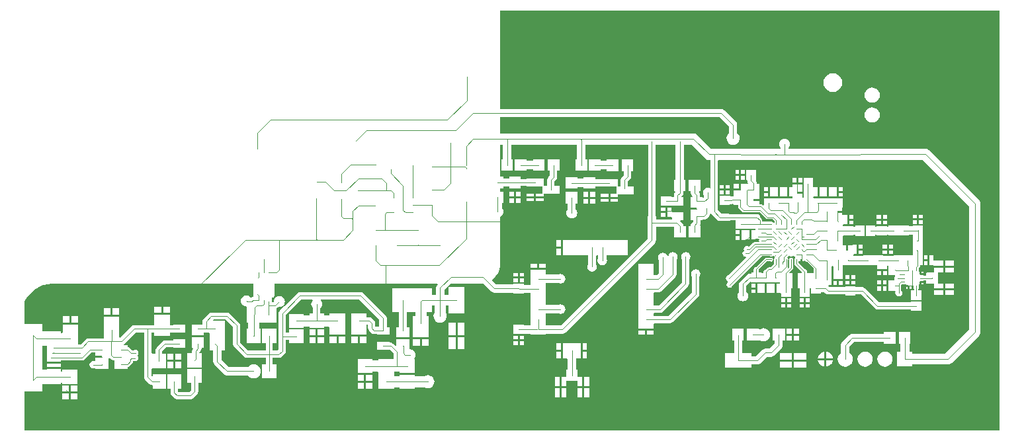
<source format=gtl>
G04*
G04 #@! TF.GenerationSoftware,Altium Limited,Altium Designer,19.0.10 (269)*
G04*
G04 Layer_Physical_Order=1*
G04 Layer_Color=255*
%FSLAX44Y44*%
%MOMM*%
G71*
G01*
G75*
G36*
X1506460Y727978D02*
X258078D01*
Y778175D01*
X280678D01*
Y787175D01*
X304678D01*
Y789453D01*
X306730D01*
Y787638D01*
X325730D01*
Y805638D01*
X306730D01*
Y803735D01*
X304678D01*
Y805925D01*
X304678D01*
Y806905D01*
X295778D01*
X286878D01*
Y805925D01*
X280678D01*
Y820675D01*
X280678D01*
Y821675D01*
X280678D01*
Y836425D01*
X286878D01*
Y829925D01*
Y823425D01*
Y816925D01*
Y815945D01*
X295778D01*
X304678D01*
Y817582D01*
X332225D01*
X333600Y817856D01*
X334766Y818634D01*
X343880Y827749D01*
X349008D01*
Y823366D01*
X357508D01*
Y820826D01*
X349008D01*
Y817405D01*
X348590Y817067D01*
X347738Y816615D01*
X346202Y816921D01*
X344431Y816569D01*
X342929Y815565D01*
X341925Y814063D01*
X341573Y812292D01*
X341925Y810521D01*
X342929Y809019D01*
X344431Y808015D01*
X346202Y807663D01*
X347738Y807969D01*
X348590Y807517D01*
X349008Y807179D01*
Y807096D01*
X366008D01*
Y820182D01*
X367278Y820708D01*
X368797Y819189D01*
X370131Y818298D01*
X371704Y817985D01*
X373008D01*
Y807096D01*
X390008D01*
Y809276D01*
X391216Y809516D01*
X392298Y810238D01*
X396311Y814252D01*
X397034Y815334D01*
X397288Y816610D01*
Y816654D01*
X398464Y817149D01*
X398558Y817146D01*
X400050Y816850D01*
X401611Y817160D01*
X402934Y818044D01*
X403818Y819367D01*
X404128Y820928D01*
X403818Y822489D01*
X402934Y823812D01*
Y824394D01*
X403818Y825717D01*
X404128Y827278D01*
X403818Y828839D01*
X402934Y830162D01*
X401611Y831046D01*
X400050Y831356D01*
X398489Y831046D01*
X397840Y830612D01*
X396097D01*
X392756Y833954D01*
X391674Y834676D01*
X390398Y834930D01*
X390008D01*
Y837096D01*
X385628D01*
X385242Y838366D01*
X385797Y838737D01*
X400697Y853637D01*
X411169D01*
Y796798D01*
X411169Y796798D01*
X411521Y795027D01*
X412525Y793525D01*
X418367Y787683D01*
X418367Y787683D01*
X419869Y786679D01*
X421640Y786327D01*
X422436Y785448D01*
Y781456D01*
X439436D01*
Y800456D01*
X422436D01*
Y798366D01*
X421263Y797880D01*
X420427Y798715D01*
Y806661D01*
X421182Y807618D01*
X421697Y807618D01*
X439182D01*
Y826618D01*
X434293D01*
Y829677D01*
X439771Y835155D01*
X448814D01*
Y834016D01*
X463814D01*
Y844516D01*
X448814D01*
Y843377D01*
X438068D01*
X436495Y843064D01*
X435161Y842173D01*
X427275Y834287D01*
X426384Y832953D01*
X426071Y831380D01*
Y826618D01*
X421697D01*
X421182Y826618D01*
X420427Y827575D01*
Y853637D01*
X424340D01*
Y848766D01*
X444340D01*
Y853637D01*
X448814D01*
Y853016D01*
X463814D01*
Y863516D01*
X448814D01*
Y862895D01*
X445238D01*
X444340Y863793D01*
X444340Y867766D01*
X444340Y869036D01*
Y875996D01*
X424340D01*
Y869036D01*
X424340Y867766D01*
X424340Y866496D01*
Y862895D01*
X398780D01*
X398780Y862895D01*
X397009Y862543D01*
X395507Y861539D01*
X395507Y861539D01*
X380830Y846863D01*
X379570Y847202D01*
Y864616D01*
X379570Y865886D01*
X379570Y867156D01*
Y874116D01*
X359570D01*
Y867156D01*
X359570Y865886D01*
X359570Y864616D01*
Y846886D01*
X358617Y846121D01*
X339598D01*
X338025Y845808D01*
X336691Y844917D01*
X330060Y838286D01*
X326992D01*
Y853996D01*
X326992Y855266D01*
X326992Y856536D01*
Y863496D01*
X316992D01*
X306992D01*
Y856536D01*
X306992Y855266D01*
X306992Y853822D01*
X306094Y852924D01*
X304678D01*
Y855175D01*
X280678D01*
Y864175D01*
X258078D01*
Y892421D01*
X258296Y892946D01*
X261020Y897665D01*
X264337Y901988D01*
X268190Y905841D01*
X272513Y909158D01*
X277232Y911882D01*
X282266Y913967D01*
X287529Y915378D01*
X292931Y916089D01*
X295656Y916178D01*
X550879Y916178D01*
Y900343D01*
X550928Y900094D01*
X550557Y899169D01*
X550049Y898750D01*
X548894Y898520D01*
X547961Y897897D01*
X547254Y898818D01*
X545792Y899940D01*
X544089Y900646D01*
X542262Y900886D01*
X540434Y900646D01*
X538731Y899940D01*
X537269Y898818D01*
X536147Y897356D01*
X535442Y895653D01*
X535201Y893826D01*
X535442Y891999D01*
X536147Y890296D01*
X537269Y888834D01*
X538731Y887711D01*
X540434Y887006D01*
X541441Y886874D01*
X542319Y886089D01*
X542368Y885522D01*
Y866046D01*
X544727D01*
Y858622D01*
X542470D01*
Y839622D01*
X560470D01*
Y858622D01*
X559009D01*
Y866046D01*
X561368D01*
Y866046D01*
X561368D01*
Y866046D01*
X580368D01*
Y884200D01*
X580898Y884306D01*
X582189Y885169D01*
X583191Y886170D01*
X584454Y886004D01*
X586281Y886244D01*
X587984Y886949D01*
X589278Y887942D01*
X590117Y886985D01*
X584737Y881605D01*
X583733Y880103D01*
X583381Y878332D01*
X583381Y878332D01*
Y848614D01*
Y831735D01*
X581775Y830129D01*
X576099D01*
Y839622D01*
X580470D01*
Y858622D01*
X562470D01*
Y839622D01*
X566841D01*
Y830129D01*
X544643D01*
X534219Y840553D01*
Y862330D01*
X534219Y862330D01*
X533867Y864101D01*
X532863Y865603D01*
X532863Y865603D01*
X520671Y877795D01*
X519169Y878799D01*
X517398Y879151D01*
X517398Y879151D01*
X497332D01*
X495561Y878799D01*
X494059Y877795D01*
X494059Y877795D01*
X487709Y871445D01*
X486705Y869943D01*
X486353Y868172D01*
X486353Y868172D01*
Y863516D01*
X472814D01*
Y853016D01*
Y850036D01*
X480314D01*
X487814D01*
Y853637D01*
X490728D01*
X490855Y853662D01*
X490982Y853637D01*
X494054D01*
X494952Y852739D01*
X494952Y849321D01*
X494952Y848051D01*
Y830321D01*
X499676D01*
Y816102D01*
X500077Y814083D01*
X501221Y812371D01*
X513413Y800179D01*
X515125Y799035D01*
X517144Y798634D01*
X544204D01*
X545081Y797491D01*
X546961Y796049D01*
X549151Y795142D01*
X551500Y794832D01*
X553849Y795142D01*
X556039Y796049D01*
X557919Y797491D01*
X559361Y799371D01*
X560268Y801561D01*
X560578Y803910D01*
X560268Y806260D01*
X559361Y808449D01*
X557919Y810329D01*
X556039Y811771D01*
X553849Y812678D01*
X551500Y812988D01*
X549151Y812678D01*
X546961Y811771D01*
X545081Y810329D01*
X544204Y809186D01*
X519330D01*
X510228Y818288D01*
Y830321D01*
X514952D01*
Y848051D01*
X514952Y849321D01*
X514952Y850591D01*
Y868321D01*
X500523D01*
X499853Y869591D01*
X500060Y869893D01*
X515481D01*
X524961Y860413D01*
Y838636D01*
X524961Y838636D01*
X525313Y836864D01*
X526317Y835363D01*
X539453Y822227D01*
X539453Y822227D01*
X540954Y821223D01*
X542726Y820871D01*
X542726Y820871D01*
X566841D01*
Y812910D01*
X562500D01*
Y794910D01*
X580500D01*
Y812910D01*
X576099D01*
Y820871D01*
X583692D01*
X583692Y820871D01*
X585463Y821223D01*
X586965Y822227D01*
X591283Y826545D01*
X591283Y826545D01*
X592287Y828047D01*
X592639Y829818D01*
Y843985D01*
X596544D01*
Y839426D01*
X615544D01*
Y857426D01*
X596544D01*
Y853243D01*
X592639D01*
Y876415D01*
X612025Y895801D01*
X626680D01*
X627042Y894531D01*
X626091Y893292D01*
X625386Y891589D01*
X625146Y889762D01*
X625386Y887935D01*
X626091Y886232D01*
X627214Y884770D01*
X627577Y884491D01*
Y877520D01*
X622706D01*
Y875567D01*
X615544D01*
Y877426D01*
X596544D01*
Y859426D01*
X615544D01*
Y861285D01*
X622706D01*
Y859520D01*
X641706D01*
Y861285D01*
X647978D01*
X648876Y860387D01*
X648876Y858856D01*
X648876Y857586D01*
Y850626D01*
X658876D01*
X668876D01*
Y857586D01*
X668876Y858856D01*
X668876Y860126D01*
Y877856D01*
X648876D01*
Y875567D01*
X641706D01*
Y877520D01*
X636835D01*
Y884491D01*
X637198Y884770D01*
X638321Y886232D01*
X639026Y887935D01*
X639266Y889762D01*
X639026Y891589D01*
X638321Y893292D01*
X637370Y894531D01*
X637732Y895801D01*
X686192D01*
X712244Y869749D01*
Y860643D01*
X707495D01*
X707193Y860945D01*
Y865378D01*
X707193Y865378D01*
X706841Y867149D01*
X705837Y868651D01*
X702859Y871629D01*
X701357Y872633D01*
X699586Y872985D01*
X699586Y872985D01*
X696308D01*
Y877856D01*
X676308D01*
Y860126D01*
X676308Y858856D01*
X676308Y857586D01*
Y850626D01*
X686308D01*
X696308D01*
Y857586D01*
X696308Y858856D01*
X696308Y860126D01*
Y863727D01*
X697669D01*
X697935Y863461D01*
Y859028D01*
X697935Y859028D01*
X698287Y857257D01*
X699291Y855755D01*
X702305Y852741D01*
X703807Y851737D01*
X705578Y851385D01*
X705578Y851385D01*
X709246D01*
Y850554D01*
X725746D01*
Y860554D01*
X721828D01*
Y871734D01*
X721828Y871734D01*
X721463Y873568D01*
X720424Y875123D01*
X720424Y875123D01*
X691729Y903819D01*
X690174Y904857D01*
X688340Y905222D01*
X687520Y905059D01*
X610108D01*
X610108Y905059D01*
X608337Y904707D01*
X606835Y903703D01*
X606835Y903703D01*
X590533Y887401D01*
X589576Y888240D01*
X590569Y889534D01*
X591274Y891237D01*
X591514Y893064D01*
X591274Y894891D01*
X590569Y896594D01*
X589446Y898056D01*
X587984Y899178D01*
X586281Y899884D01*
X584454Y900124D01*
X582627Y899884D01*
X580924Y899178D01*
X579462Y898056D01*
X578340Y896594D01*
X577634Y894891D01*
X577394Y893064D01*
X577412Y892920D01*
X576575Y891965D01*
X574868D01*
Y898303D01*
X575798D01*
X576578Y898458D01*
X577240Y898900D01*
X577682Y899562D01*
X577837Y900342D01*
Y916178D01*
X786661Y916178D01*
X787147Y915005D01*
X786463Y914321D01*
X785319Y912609D01*
X784918Y910590D01*
Y901980D01*
X780076D01*
Y909839D01*
X729076D01*
Y879839D01*
X737704D01*
Y860554D01*
X734246D01*
Y850554D01*
Y847324D01*
X742496D01*
X750746D01*
Y850554D01*
Y860554D01*
X747288D01*
Y879839D01*
X758415D01*
Y874839D01*
X755556D01*
Y857109D01*
X755556Y855839D01*
X755556Y854569D01*
Y847609D01*
X765556D01*
X775556D01*
Y854569D01*
X775556Y855839D01*
X775556Y857109D01*
Y874839D01*
X772697D01*
Y879839D01*
X780076D01*
Y887698D01*
X783053D01*
Y879036D01*
X782900Y878837D01*
X782059Y876806D01*
X781772Y874626D01*
X782059Y872446D01*
X782900Y870415D01*
X784239Y868671D01*
X785983Y867332D01*
X788014Y866491D01*
X790194Y866204D01*
X792374Y866491D01*
X794405Y867332D01*
X796149Y868671D01*
X797488Y870415D01*
X798329Y872446D01*
X798616Y874626D01*
X798329Y876806D01*
X797488Y878837D01*
X797335Y879036D01*
Y887698D01*
X801276D01*
Y877839D01*
X821276D01*
Y911839D01*
X801276D01*
Y901980D01*
X795470D01*
Y908404D01*
X803244Y916178D01*
X841502D01*
X841502Y916178D01*
X841502Y916178D01*
X844004Y916178D01*
X845227Y916421D01*
X855693Y905955D01*
X857405Y904811D01*
X859424Y904410D01*
X859424Y904410D01*
X884278D01*
Y903686D01*
X897278D01*
Y903970D01*
X906146D01*
X906258Y902746D01*
X906258Y901476D01*
Y891016D01*
X906258Y889746D01*
X906258Y888476D01*
Y878016D01*
X906258Y876746D01*
X906258Y875476D01*
Y863746D01*
X906258Y863746D01*
X905977Y862592D01*
X897278D01*
Y863316D01*
X884278D01*
Y851316D01*
X897278D01*
Y852040D01*
X906258D01*
Y850746D01*
X925258D01*
Y851970D01*
X946654D01*
X948673Y852371D01*
X950385Y853515D01*
X1064943Y968073D01*
X1064943Y968073D01*
X1066087Y969785D01*
X1066488Y971804D01*
X1066488Y971804D01*
Y989019D01*
X1089576D01*
Y974972D01*
X1104576D01*
Y989972D01*
X1101642D01*
X1101353Y991428D01*
X1100349Y992929D01*
X1097259Y996020D01*
X1097785Y997290D01*
X1101670D01*
Y1007790D01*
X1087270D01*
X1086670Y1007790D01*
X1086000Y1008783D01*
Y1013638D01*
X1080770D01*
Y1007638D01*
Y1001638D01*
X1085400D01*
X1086000Y1001638D01*
X1086670Y1000646D01*
Y998277D01*
X1066488D01*
Y1001522D01*
X1066087Y1003541D01*
X1065841Y1003909D01*
Y1094203D01*
X1091546D01*
Y1049154D01*
X1089322D01*
Y1034154D01*
X1090586D01*
X1091072Y1032981D01*
X1090827Y1032735D01*
X1089824Y1031233D01*
X1089471Y1029462D01*
X1089471Y1029462D01*
Y1026790D01*
X1086670D01*
X1086000Y1027638D01*
Y1027638D01*
X1073000D01*
Y1015638D01*
X1086000D01*
Y1015638D01*
X1086670Y1016290D01*
X1101670D01*
Y1026790D01*
X1099771D01*
X1099245Y1028060D01*
X1100349Y1029165D01*
X1100349Y1029165D01*
X1101353Y1030666D01*
X1101705Y1032438D01*
Y1034154D01*
X1104322D01*
Y1049154D01*
X1102098D01*
Y1094203D01*
X1111594D01*
X1129190Y1076607D01*
X1129918Y1076049D01*
X1130648Y1075484D01*
X1130659Y1075480D01*
X1130669Y1075472D01*
X1131520Y1075119D01*
X1132368Y1074765D01*
X1132380Y1074763D01*
X1132392Y1074759D01*
X1133305Y1074638D01*
X1134215Y1074515D01*
X1136593Y1074507D01*
Y1038650D01*
X1135473Y1038051D01*
X1134927Y1038416D01*
X1132586Y1038882D01*
X1130245Y1038416D01*
X1128260Y1037090D01*
X1126934Y1035105D01*
X1126469Y1032764D01*
X1126934Y1030423D01*
X1127957Y1028892D01*
Y1027315D01*
X1126940Y1026298D01*
X1125670Y1026383D01*
Y1026790D01*
X1122991D01*
Y1029716D01*
X1122639Y1031487D01*
X1121705Y1032884D01*
X1121855Y1033519D01*
X1122118Y1034154D01*
X1123322D01*
Y1049154D01*
X1108322D01*
Y1034154D01*
X1111193D01*
Y1032256D01*
X1111193Y1032256D01*
X1111545Y1030485D01*
X1112549Y1028983D01*
X1113472Y1028060D01*
X1113102Y1026790D01*
X1110670D01*
Y1016290D01*
Y1013310D01*
X1118170D01*
Y1010770D01*
X1110670D01*
Y1006790D01*
Y997290D01*
X1114169D01*
Y995819D01*
X1112549Y994199D01*
X1111545Y992698D01*
X1111193Y990926D01*
X1110419Y989972D01*
X1108576D01*
Y974972D01*
X1123576D01*
Y989972D01*
X1123159D01*
X1122481Y991242D01*
X1123074Y992131D01*
X1123427Y993902D01*
Y997290D01*
X1125670D01*
Y997931D01*
X1128036D01*
X1128036Y997931D01*
X1129807Y998283D01*
X1131309Y999287D01*
X1134589Y1002567D01*
X1134589Y1002567D01*
X1135593Y1004069D01*
X1135903Y1005629D01*
X1136479Y1005887D01*
X1137215Y1005951D01*
X1137949Y1004853D01*
X1145182Y997620D01*
X1146684Y996616D01*
X1148455Y996264D01*
X1148455Y996264D01*
X1159123D01*
X1160895Y996616D01*
X1161336Y996911D01*
X1168390D01*
Y986216D01*
X1181390D01*
Y986378D01*
X1193083D01*
X1193511Y986235D01*
X1193783Y985489D01*
X1192905Y984378D01*
X1188466D01*
Y978378D01*
Y972378D01*
X1193696D01*
Y973309D01*
X1193845Y973436D01*
X1194966Y973871D01*
X1195618Y973436D01*
X1196788Y973203D01*
X1197677Y973380D01*
X1198407Y972653D01*
X1198573Y972362D01*
X1198361Y971296D01*
X1198536Y970416D01*
X1197837Y969146D01*
X1192530D01*
X1192530Y969146D01*
X1191506Y968943D01*
X1190638Y968363D01*
X1190637Y968363D01*
X1185649Y963374D01*
X1184381Y964222D01*
X1182820Y964532D01*
X1181260Y964222D01*
X1179937Y963338D01*
X1179053Y962015D01*
X1178742Y960454D01*
X1179053Y958893D01*
X1179360Y958434D01*
X1178216Y957670D01*
X1177332Y956347D01*
X1177022Y954786D01*
X1177332Y953225D01*
X1178216Y951902D01*
X1179539Y951018D01*
X1181100Y950708D01*
X1181436Y950775D01*
X1182062Y949604D01*
X1159332Y926874D01*
X1158457Y926700D01*
X1157134Y925816D01*
X1156250Y924493D01*
X1155940Y922932D01*
X1156250Y921371D01*
X1157134Y920048D01*
X1158232Y919314D01*
X1158410Y918391D01*
X1158379Y917885D01*
X1157859Y917538D01*
X1156975Y916215D01*
X1156665Y914654D01*
X1156975Y913093D01*
X1157859Y911770D01*
X1159183Y910886D01*
X1160743Y910576D01*
X1162304Y910886D01*
X1163627Y911770D01*
X1164511Y913093D01*
X1164648Y913780D01*
X1202056Y951188D01*
X1202084Y951230D01*
X1212432D01*
X1212675Y951068D01*
X1213670Y950870D01*
X1214665Y951068D01*
X1215508Y951632D01*
X1215613Y951788D01*
X1215870Y951851D01*
X1217082Y951701D01*
X1217611Y950911D01*
X1218401Y950382D01*
X1218551Y949169D01*
X1218488Y948913D01*
X1218332Y948808D01*
X1217768Y947965D01*
X1217570Y946970D01*
X1217768Y945975D01*
X1217856Y945844D01*
Y941475D01*
X1213161Y936780D01*
X1210564D01*
X1209678Y936604D01*
X1208927Y936103D01*
X1207003Y934178D01*
X1206952Y934188D01*
X1205676Y933934D01*
X1204594Y933212D01*
X1203872Y932130D01*
X1203618Y930854D01*
Y929940D01*
X1201316D01*
Y930052D01*
X1198150D01*
Y934288D01*
X1198140Y934339D01*
X1208457Y944656D01*
X1212544D01*
X1212675Y944568D01*
X1213670Y944370D01*
X1214665Y944568D01*
X1215508Y945132D01*
X1216072Y945975D01*
X1216270Y946970D01*
X1216072Y947965D01*
X1215508Y948808D01*
X1214665Y949372D01*
X1213670Y949570D01*
X1212675Y949372D01*
X1212544Y949285D01*
X1207498D01*
X1206612Y949108D01*
X1205861Y948607D01*
X1194867Y937612D01*
X1194816Y937622D01*
X1193540Y937368D01*
X1192458Y936646D01*
X1191736Y935564D01*
X1191482Y934288D01*
Y930052D01*
X1188316D01*
Y928681D01*
X1185926D01*
X1184155Y928329D01*
X1182653Y927325D01*
X1182653Y927325D01*
X1174271Y918943D01*
X1173267Y917441D01*
X1172915Y915670D01*
X1172915Y915670D01*
Y905701D01*
X1172552Y905422D01*
X1171430Y903960D01*
X1170724Y902257D01*
X1170484Y900430D01*
X1170724Y898603D01*
X1171430Y896900D01*
X1172552Y895438D01*
X1174014Y894315D01*
X1175717Y893610D01*
X1177544Y893370D01*
X1179371Y893610D01*
X1181074Y894315D01*
X1182536Y895438D01*
X1183659Y896900D01*
X1184364Y898603D01*
X1184604Y900430D01*
X1184364Y902257D01*
X1183659Y903960D01*
X1182536Y905422D01*
X1182173Y905701D01*
Y913753D01*
X1187046Y918626D01*
X1188316Y918100D01*
Y918052D01*
X1200508D01*
Y917940D01*
X1224854D01*
Y915940D01*
X1220470D01*
Y909940D01*
Y903940D01*
X1225700D01*
X1226441Y902977D01*
Y899256D01*
X1239441D01*
Y910488D01*
X1241354D01*
Y929488D01*
X1237767D01*
X1237241Y930758D01*
X1241307Y934823D01*
X1241808Y935574D01*
X1241984Y936460D01*
Y945844D01*
X1242072Y945975D01*
X1242270Y946970D01*
X1242072Y947965D01*
X1241508Y948808D01*
X1240665Y949372D01*
X1239670Y949570D01*
X1238675Y949372D01*
X1237832Y948808D01*
X1237268Y947965D01*
X1237070Y946970D01*
X1237268Y945975D01*
X1237355Y945844D01*
Y937419D01*
X1235723Y935786D01*
X1234807Y936639D01*
X1235308Y937390D01*
X1235484Y938276D01*
Y945844D01*
X1235572Y945975D01*
X1235770Y946970D01*
X1235572Y947965D01*
X1235008Y948808D01*
X1234852Y948913D01*
X1234789Y949169D01*
X1234939Y950382D01*
X1235729Y950911D01*
X1236258Y951701D01*
X1237470Y951851D01*
X1237727Y951788D01*
X1237832Y951632D01*
X1238675Y951068D01*
X1239670Y950870D01*
X1240665Y951068D01*
X1241508Y951632D01*
X1241613Y951788D01*
X1241870Y951851D01*
X1243082Y951701D01*
X1243611Y950911D01*
X1244401Y950382D01*
X1244551Y949169D01*
X1244488Y948913D01*
X1244332Y948808D01*
X1243768Y947965D01*
X1243570Y946970D01*
X1243768Y945975D01*
X1243856Y945844D01*
Y941786D01*
X1244032Y940900D01*
X1244533Y940149D01*
X1253280Y931403D01*
X1253270Y931352D01*
Y929488D01*
X1248354D01*
Y910488D01*
X1250104D01*
Y899144D01*
X1263104D01*
Y910488D01*
X1264516D01*
Y903432D01*
X1277516D01*
Y905303D01*
X1281949D01*
X1283633Y903619D01*
X1283633Y903619D01*
X1285135Y902615D01*
X1286906Y902263D01*
X1286906Y902263D01*
X1308712D01*
Y900892D01*
X1321712D01*
Y902263D01*
X1328677D01*
X1346625Y884315D01*
X1346625Y884315D01*
X1348127Y883311D01*
X1349898Y882959D01*
X1349898Y882959D01*
X1393120D01*
Y881202D01*
X1406120D01*
Y893202D01*
X1393120D01*
Y892217D01*
X1351815D01*
X1333867Y910165D01*
X1332365Y911169D01*
X1330594Y911521D01*
X1330594Y911521D01*
X1321712D01*
Y912892D01*
X1308712D01*
Y911521D01*
X1288823D01*
X1287139Y913205D01*
X1287120Y913218D01*
X1287505Y914488D01*
X1291414D01*
Y926530D01*
Y937966D01*
X1292459Y938578D01*
X1293204Y938489D01*
X1293414Y938410D01*
Y926530D01*
Y922258D01*
X1299414D01*
Y920988D01*
D01*
Y922258D01*
X1305414D01*
Y926530D01*
Y938546D01*
X1305784Y939566D01*
X1306634Y939650D01*
X1318814D01*
Y939895D01*
X1331110D01*
X1331526Y939395D01*
Y939395D01*
X1343256D01*
X1344526Y939395D01*
X1345796Y939395D01*
X1349964D01*
Y934616D01*
X1355964D01*
X1361964D01*
Y939107D01*
X1362964Y939669D01*
X1363964Y939107D01*
Y926846D01*
X1371988D01*
X1372110Y926703D01*
X1372550Y925576D01*
X1371896Y924597D01*
X1371586Y923036D01*
X1371896Y921475D01*
X1371941Y921408D01*
X1371262Y920138D01*
X1363710D01*
Y907138D01*
X1372365D01*
X1372855Y906222D01*
X1372924Y905868D01*
X1372600Y904240D01*
X1372949Y902484D01*
X1373944Y900996D01*
X1375432Y900001D01*
X1377188Y899652D01*
X1378944Y900001D01*
X1380432Y900996D01*
X1381427Y902484D01*
X1381776Y904240D01*
X1381427Y905996D01*
X1380432Y907484D01*
X1380004Y907770D01*
Y914616D01*
X1380598Y915210D01*
X1386620D01*
Y914480D01*
X1389620D01*
Y913210D01*
X1390890D01*
Y909010D01*
X1393350D01*
Y913210D01*
X1395890D01*
Y909010D01*
X1396804D01*
Y907202D01*
X1393120D01*
Y895202D01*
X1406120D01*
Y907202D01*
X1402436D01*
Y909010D01*
X1402620D01*
Y915210D01*
X1403350D01*
Y918210D01*
X1404620D01*
Y919480D01*
X1408820D01*
Y920394D01*
X1412610D01*
Y916290D01*
X1421047D01*
X1422110Y915790D01*
X1422110Y915020D01*
Y909810D01*
X1433840D01*
Y915790D01*
X1428173D01*
X1427110Y916290D01*
X1427110Y917060D01*
Y929520D01*
X1427110Y930290D01*
X1428173Y930790D01*
X1433840D01*
Y936770D01*
X1422110D01*
X1422110Y930790D01*
X1421047Y930290D01*
X1412610D01*
Y926026D01*
X1408820D01*
Y926940D01*
X1404620D01*
Y928210D01*
X1403350D01*
Y931210D01*
X1402620D01*
Y936004D01*
X1403563Y936948D01*
X1404174Y937861D01*
X1404388Y938939D01*
Y939396D01*
X1407572D01*
Y951588D01*
X1408072D01*
Y963318D01*
X1408072Y964588D01*
X1408072Y965858D01*
Y977588D01*
X1408072D01*
X1408199Y978334D01*
X1408199Y978334D01*
X1408199Y978805D01*
Y990334D01*
X1395199D01*
Y989384D01*
X1389934D01*
Y990496D01*
X1378204D01*
X1376934Y990496D01*
X1375664Y990496D01*
X1363934D01*
Y989018D01*
X1362098D01*
Y989996D01*
X1349098D01*
Y989130D01*
X1347262D01*
Y990354D01*
X1335262D01*
Y977354D01*
X1347262D01*
Y978578D01*
X1349098D01*
Y977996D01*
X1362098D01*
Y978466D01*
X1363934D01*
Y977496D01*
X1375664D01*
X1376934Y977496D01*
X1378204Y977496D01*
X1389934D01*
Y978832D01*
X1395008D01*
X1395072Y977588D01*
X1395072Y977588D01*
X1395072Y977588D01*
Y965858D01*
X1395072Y964588D01*
X1395072Y963318D01*
Y959187D01*
X1395026Y958954D01*
X1395072Y958721D01*
Y952344D01*
X1383450D01*
Y952344D01*
X1383450D01*
Y952344D01*
X1370450D01*
Y952344D01*
X1369718Y951896D01*
X1357526D01*
Y952395D01*
X1345796D01*
X1344526Y952395D01*
X1343256Y952395D01*
X1331526D01*
Y952395D01*
X1331110Y951895D01*
X1319781D01*
X1319722Y951942D01*
X1319229Y952625D01*
X1319878Y953895D01*
X1323340D01*
Y959895D01*
Y965895D01*
X1318110D01*
Y965772D01*
X1317290Y964842D01*
X1316840Y964842D01*
X1312560D01*
Y958342D01*
X1310020D01*
Y964842D01*
X1306107D01*
X1305199Y965409D01*
X1305098Y966032D01*
Y977381D01*
X1306172Y977854D01*
X1319172D01*
Y978578D01*
X1321262D01*
Y977354D01*
X1333262D01*
Y990354D01*
X1321262D01*
Y989130D01*
X1319172D01*
Y989854D01*
X1306172D01*
X1306113Y989880D01*
X1305098Y990496D01*
X1305261Y991698D01*
X1306172Y991854D01*
X1306256Y991854D01*
X1311402D01*
Y997854D01*
Y1003854D01*
X1306256D01*
X1306172Y1003854D01*
X1304986Y1004057D01*
Y1006856D01*
X1298986D01*
Y1009396D01*
X1304986D01*
Y1013668D01*
X1305456D01*
Y1025668D01*
X1268214D01*
X1267641Y1026668D01*
X1268214Y1027668D01*
X1268776Y1027668D01*
X1273302D01*
Y1033668D01*
Y1039668D01*
X1268776D01*
X1268072Y1039668D01*
X1267506Y1040704D01*
Y1051202D01*
X1255506D01*
Y1038202D01*
Y1027101D01*
X1254544Y1026358D01*
X1253506Y1026918D01*
Y1030986D01*
X1247506D01*
Y1033526D01*
X1253506D01*
Y1038202D01*
Y1043432D01*
X1247506D01*
X1241506D01*
Y1039368D01*
X1237202D01*
Y1033368D01*
Y1027368D01*
X1241506D01*
Y1025756D01*
X1240397Y1025368D01*
X1204552D01*
Y1016772D01*
X1203379Y1016286D01*
X1202817Y1016848D01*
X1201903Y1017458D01*
X1200826Y1017673D01*
X1199222D01*
Y1022190D01*
X1191222D01*
Y1024730D01*
X1199222D01*
Y1029460D01*
Y1043460D01*
X1195851D01*
Y1044722D01*
X1195851Y1044722D01*
X1195499Y1046493D01*
X1194731Y1047643D01*
X1194242Y1048710D01*
Y1061710D01*
X1182242D01*
Y1048710D01*
X1182875D01*
X1183613Y1047702D01*
X1183965Y1045930D01*
X1184698Y1044835D01*
X1184245Y1043668D01*
X1183222Y1043460D01*
X1182222D01*
Y1043460D01*
X1175492D01*
Y1036460D01*
X1174222D01*
Y1035190D01*
X1166222D01*
Y1028089D01*
X1164112D01*
X1162341Y1027737D01*
X1162088Y1027568D01*
X1160818Y1028247D01*
Y1028556D01*
X1147818D01*
Y1016556D01*
X1160818D01*
Y1017927D01*
X1163208D01*
X1163208Y1017927D01*
X1164952Y1018274D01*
X1164980Y1018279D01*
X1166222Y1017582D01*
Y1016460D01*
X1171406D01*
Y1014496D01*
X1171620Y1013418D01*
X1172231Y1012505D01*
X1176594Y1008141D01*
X1177508Y1007530D01*
X1178586Y1007316D01*
X1199668D01*
X1199898Y1007362D01*
X1207445Y999815D01*
X1208027Y999425D01*
X1208715Y999288D01*
X1215470D01*
X1218373Y996385D01*
Y994603D01*
X1217791Y994164D01*
X1216311Y994404D01*
X1216028Y994827D01*
X1214946Y995550D01*
X1213670Y995804D01*
X1202350D01*
Y997287D01*
X1202124Y998420D01*
X1201482Y999381D01*
X1199712Y1001152D01*
X1199460Y1002417D01*
X1198597Y1003708D01*
X1197305Y1004571D01*
X1195782Y1004874D01*
X1161336D01*
X1160895Y1005169D01*
X1159123Y1005522D01*
X1150373D01*
X1145851Y1010043D01*
Y1073571D01*
X1146751Y1074468D01*
X1208502Y1074209D01*
X1218664Y1074166D01*
X1230858Y1074115D01*
X1242792Y1074065D01*
X1242819Y1074068D01*
X1242847Y1074065D01*
X1408276Y1074635D01*
X1467583Y1015328D01*
Y857414D01*
X1436786Y826617D01*
X1394428D01*
Y829096D01*
X1390732D01*
Y838828D01*
X1392258D01*
Y853828D01*
X1377258D01*
Y838828D01*
X1378884D01*
Y829096D01*
X1375188D01*
Y809856D01*
X1394428D01*
Y812335D01*
X1439744D01*
X1439744Y812335D01*
X1441592Y812578D01*
X1443315Y813292D01*
X1444794Y814426D01*
X1479773Y849406D01*
X1479774Y849407D01*
X1480908Y850885D01*
X1481622Y852608D01*
X1481865Y854456D01*
X1481865Y854456D01*
Y1018286D01*
X1481865Y1018286D01*
X1481622Y1020134D01*
X1480908Y1021857D01*
X1479774Y1023335D01*
X1479773Y1023336D01*
X1416273Y1086835D01*
X1416264Y1086843D01*
X1416256Y1086853D01*
X1415522Y1087412D01*
X1414794Y1087970D01*
X1414783Y1087975D01*
X1414773Y1087983D01*
X1413921Y1088332D01*
X1413072Y1088684D01*
X1413060Y1088685D01*
X1413049Y1088690D01*
X1412141Y1088806D01*
X1411224Y1088927D01*
X1411212Y1088925D01*
X1411199Y1088927D01*
X1242827Y1088347D01*
X1236165Y1088375D01*
Y1089868D01*
X1237003Y1090960D01*
X1237708Y1092663D01*
X1237949Y1094490D01*
X1237708Y1096318D01*
X1237003Y1098020D01*
X1235881Y1099483D01*
X1234418Y1100605D01*
X1232716Y1101310D01*
X1230888Y1101551D01*
X1229061Y1101310D01*
X1227358Y1100605D01*
X1225896Y1099483D01*
X1224774Y1098020D01*
X1224068Y1096318D01*
X1223828Y1094490D01*
X1224068Y1092663D01*
X1224774Y1090960D01*
X1225612Y1089868D01*
Y1089319D01*
X1224712Y1088423D01*
X1218724Y1088448D01*
X1208562Y1088491D01*
X1141252Y1088773D01*
X1141249Y1088773D01*
X1141247Y1088773D01*
X1137208Y1088787D01*
X1119602Y1106394D01*
X1118122Y1107528D01*
X1116400Y1108242D01*
X1114552Y1108485D01*
X1114552Y1108485D01*
X866902D01*
Y1129088D01*
X1147926D01*
X1159822Y1117192D01*
Y1108836D01*
X1159143Y1108315D01*
X1157804Y1106571D01*
X1156963Y1104540D01*
X1156676Y1102360D01*
X1156963Y1100180D01*
X1157804Y1098149D01*
X1159143Y1096405D01*
X1160887Y1095066D01*
X1162918Y1094225D01*
X1165098Y1093938D01*
X1167278Y1094225D01*
X1169309Y1095066D01*
X1171053Y1096405D01*
X1172392Y1098149D01*
X1173233Y1100180D01*
X1173520Y1102360D01*
X1173233Y1104540D01*
X1172392Y1106571D01*
X1171053Y1108315D01*
X1170374Y1108836D01*
Y1119378D01*
X1169973Y1121397D01*
X1168829Y1123109D01*
X1153843Y1138095D01*
X1152131Y1139239D01*
X1150112Y1139640D01*
X866902D01*
X866902Y1265922D01*
X1506460D01*
X1506460Y727978D01*
D02*
G37*
G36*
X1056583Y1003909D02*
X1056337Y1003541D01*
X1055936Y1001522D01*
Y993648D01*
Y973989D01*
X944468Y862522D01*
X925370D01*
X925258Y863746D01*
X925258D01*
Y875476D01*
X925258Y876746D01*
X925370Y877970D01*
X941717D01*
X942031Y877760D01*
X944372Y877294D01*
X946713Y877760D01*
X948698Y879086D01*
X950024Y881071D01*
X950490Y883412D01*
X950024Y885753D01*
X948698Y887738D01*
X946713Y889064D01*
X944372Y889529D01*
X942031Y889064D01*
X941220Y888522D01*
X925370D01*
X925258Y889746D01*
X925258Y891016D01*
Y901476D01*
X925258Y902746D01*
X925258Y904016D01*
Y914476D01*
X925258Y915746D01*
X925370Y916970D01*
X941511D01*
X942031Y916622D01*
X944372Y916156D01*
X946713Y916622D01*
X948698Y917948D01*
X950024Y919933D01*
X950490Y922274D01*
X950024Y924615D01*
X948698Y926600D01*
X946713Y927926D01*
X944372Y928391D01*
X942031Y927926D01*
X941427Y927522D01*
X925370D01*
X925258Y928746D01*
X925258Y930016D01*
Y933976D01*
X915758D01*
Y935246D01*
D01*
Y933976D01*
X906258D01*
Y930016D01*
X906258Y928746D01*
X906258Y927476D01*
Y917016D01*
X906258Y915746D01*
X906146Y914522D01*
X897278D01*
Y915686D01*
X884278D01*
Y914962D01*
X861610D01*
X856621Y919951D01*
X856745Y921215D01*
X857693Y921849D01*
X861231Y925386D01*
X864011Y929547D01*
X865926Y934169D01*
X866902Y939076D01*
X866902Y941578D01*
Y1001760D01*
X867508Y1002011D01*
X868970Y1003134D01*
X870092Y1004596D01*
X870798Y1006299D01*
X871038Y1008126D01*
X870798Y1009953D01*
X870092Y1011656D01*
X869254Y1012748D01*
Y1019025D01*
X871319D01*
Y1034025D01*
X866902D01*
Y1038025D01*
X871319D01*
Y1040249D01*
X878585D01*
Y1038025D01*
X893585D01*
Y1040936D01*
X900757D01*
Y1040565D01*
X920757D01*
Y1031565D01*
X913027D01*
Y1027835D01*
X922757D01*
Y1031065D01*
X942757D01*
Y1041065D01*
X936386D01*
Y1047188D01*
X938634Y1049436D01*
X938634Y1049436D01*
X939637Y1050937D01*
X939990Y1052709D01*
Y1060427D01*
X942861D01*
Y1075427D01*
X927861D01*
Y1060427D01*
X930732D01*
Y1054626D01*
X928484Y1052378D01*
X927480Y1050876D01*
X927128Y1049105D01*
X927128Y1049105D01*
Y1041065D01*
X922757D01*
Y1050565D01*
X900757D01*
Y1050194D01*
X893585D01*
Y1053025D01*
X878585D01*
Y1050802D01*
X871319D01*
Y1053025D01*
X866902D01*
Y1094203D01*
X870667D01*
Y1074927D01*
X868443D01*
Y1060927D01*
X883443D01*
Y1074927D01*
X881219D01*
Y1094203D01*
X965512D01*
Y1074816D01*
X963288D01*
Y1060816D01*
X978288D01*
Y1074816D01*
X976064D01*
Y1094203D01*
X1056583D01*
Y1003909D01*
D02*
G37*
G36*
X1253940Y943603D02*
X1254055Y943626D01*
X1255229Y944411D01*
X1255758Y945201D01*
X1256971Y945351D01*
X1257227Y945288D01*
X1257332Y945132D01*
X1258175Y944568D01*
X1259170Y944370D01*
X1259384Y944413D01*
X1268395Y935402D01*
X1268340Y935124D01*
Y929432D01*
X1264854D01*
Y929488D01*
X1259938D01*
Y931352D01*
X1259684Y932628D01*
X1258961Y933709D01*
X1257880Y934432D01*
X1256604Y934686D01*
X1256553Y934676D01*
X1248484Y942745D01*
Y944558D01*
X1249754Y944944D01*
X1250111Y944411D01*
X1251285Y943626D01*
X1251400Y943603D01*
Y946970D01*
X1253940D01*
Y943603D01*
D02*
G37*
%LPC*%
G36*
X1292860Y1185584D02*
X1289727Y1185171D01*
X1286808Y1183962D01*
X1284301Y1182038D01*
X1282378Y1179532D01*
X1281169Y1176613D01*
X1280756Y1173480D01*
X1281169Y1170347D01*
X1282378Y1167428D01*
X1284301Y1164921D01*
X1286808Y1162998D01*
X1289727Y1161789D01*
X1292860Y1161376D01*
X1295993Y1161789D01*
X1298912Y1162998D01*
X1301418Y1164921D01*
X1303342Y1167428D01*
X1304551Y1170347D01*
X1304964Y1173480D01*
X1304551Y1176613D01*
X1303342Y1179532D01*
X1301418Y1182038D01*
X1298912Y1183962D01*
X1295993Y1185171D01*
X1292860Y1185584D01*
D02*
G37*
G36*
X1343152Y1167181D02*
X1340641Y1166850D01*
X1338300Y1165881D01*
X1336291Y1164339D01*
X1334749Y1162329D01*
X1333780Y1159989D01*
X1333449Y1157478D01*
X1333780Y1154967D01*
X1334749Y1152626D01*
X1336291Y1150617D01*
X1338300Y1149075D01*
X1340641Y1148106D01*
X1343152Y1147775D01*
X1345663Y1148106D01*
X1348004Y1149075D01*
X1350013Y1150617D01*
X1351555Y1152626D01*
X1352524Y1154967D01*
X1352855Y1157478D01*
X1352524Y1159989D01*
X1351555Y1162329D01*
X1350013Y1164339D01*
X1348004Y1165881D01*
X1345663Y1166850D01*
X1343152Y1167181D01*
D02*
G37*
G36*
Y1141781D02*
X1340641Y1141450D01*
X1338300Y1140481D01*
X1336291Y1138939D01*
X1334749Y1136929D01*
X1333780Y1134589D01*
X1333449Y1132078D01*
X1333780Y1129567D01*
X1334749Y1127226D01*
X1336291Y1125217D01*
X1338300Y1123675D01*
X1340641Y1122706D01*
X1343152Y1122375D01*
X1345663Y1122706D01*
X1348004Y1123675D01*
X1350013Y1125217D01*
X1351555Y1127226D01*
X1352524Y1129567D01*
X1352855Y1132078D01*
X1352524Y1134589D01*
X1351555Y1136929D01*
X1350013Y1138939D01*
X1348004Y1140481D01*
X1345663Y1141450D01*
X1343152Y1141781D01*
D02*
G37*
G36*
X1180242Y1061710D02*
X1175512D01*
Y1056480D01*
X1180242D01*
Y1061710D01*
D02*
G37*
G36*
X1172972D02*
X1168242D01*
Y1056480D01*
X1172972D01*
Y1061710D01*
D02*
G37*
G36*
X1180242Y1053940D02*
X1175512D01*
Y1048710D01*
X1180242D01*
Y1053940D01*
D02*
G37*
G36*
X1172972D02*
X1168242D01*
Y1048710D01*
X1172972D01*
Y1053940D01*
D02*
G37*
G36*
X1253506Y1051202D02*
X1248776D01*
Y1045972D01*
X1253506D01*
Y1051202D01*
D02*
G37*
G36*
X1246236D02*
X1241506D01*
Y1045972D01*
X1246236D01*
Y1051202D01*
D02*
G37*
G36*
X1160818Y1042556D02*
X1155588D01*
Y1037826D01*
X1160818D01*
Y1042556D01*
D02*
G37*
G36*
X1153048D02*
X1147818D01*
Y1037826D01*
X1153048D01*
Y1042556D01*
D02*
G37*
G36*
X1172952Y1043460D02*
X1166222D01*
Y1037730D01*
X1172952D01*
Y1043460D01*
D02*
G37*
G36*
X1300226Y1039668D02*
Y1034938D01*
X1305456D01*
Y1039668D01*
X1300226D01*
D02*
G37*
G36*
X1209782Y1039368D02*
X1204552D01*
Y1034638D01*
X1209782D01*
Y1039368D01*
D02*
G37*
G36*
X1160818Y1035286D02*
X1155588D01*
Y1030556D01*
X1160818D01*
Y1035286D01*
D02*
G37*
G36*
X1153048D02*
X1147818D01*
Y1030556D01*
X1153048D01*
Y1035286D01*
D02*
G37*
G36*
X1305456Y1032398D02*
X1300226D01*
Y1027668D01*
X1305456D01*
Y1032398D01*
D02*
G37*
G36*
X1288034Y1039668D02*
Y1033668D01*
Y1027668D01*
X1297686D01*
Y1033668D01*
Y1039668D01*
X1288034D01*
D02*
G37*
G36*
X1275842D02*
Y1033668D01*
Y1027668D01*
X1285494D01*
Y1033668D01*
Y1039668D01*
X1275842D01*
D02*
G37*
G36*
X1234662Y1039368D02*
X1224892D01*
Y1033368D01*
Y1027368D01*
X1234662D01*
Y1033368D01*
Y1039368D01*
D02*
G37*
G36*
X1222352D02*
X1212322D01*
Y1033368D01*
Y1027368D01*
X1222352D01*
Y1033368D01*
Y1039368D01*
D02*
G37*
G36*
X1209782Y1032098D02*
X1204552D01*
Y1027368D01*
X1209782D01*
Y1032098D01*
D02*
G37*
G36*
X1078230Y1013638D02*
X1073000D01*
Y1008908D01*
X1078230D01*
Y1013638D01*
D02*
G37*
G36*
Y1006368D02*
X1073000D01*
Y1001638D01*
X1078230D01*
Y1006368D01*
D02*
G37*
G36*
X1408199Y1004334D02*
X1402969D01*
Y999604D01*
X1408199D01*
Y1004334D01*
D02*
G37*
G36*
X1400429D02*
X1395199D01*
Y999604D01*
X1400429D01*
Y1004334D01*
D02*
G37*
G36*
X1362098Y1003996D02*
X1356868D01*
Y999266D01*
X1362098D01*
Y1003996D01*
D02*
G37*
G36*
X1354328D02*
X1349098D01*
Y999266D01*
X1354328D01*
Y1003996D01*
D02*
G37*
G36*
X1313942Y1003854D02*
Y999124D01*
X1319172D01*
Y1003854D01*
X1313942D01*
D02*
G37*
G36*
X1408199Y997064D02*
X1402969D01*
Y992334D01*
X1408199D01*
Y997064D01*
D02*
G37*
G36*
X1400429D02*
X1395199D01*
Y992334D01*
X1400429D01*
Y997064D01*
D02*
G37*
G36*
X1362098Y996726D02*
X1356868D01*
Y991996D01*
X1362098D01*
Y996726D01*
D02*
G37*
G36*
X1354328D02*
X1349098D01*
Y991996D01*
X1354328D01*
Y996726D01*
D02*
G37*
G36*
X1319172Y996584D02*
X1313942D01*
Y991854D01*
X1319172D01*
Y996584D01*
D02*
G37*
G36*
X1173620Y984216D02*
X1168390D01*
Y979486D01*
X1173620D01*
Y984216D01*
D02*
G37*
G36*
X1185926Y984378D02*
X1180696D01*
Y984216D01*
X1176160D01*
Y978216D01*
Y972216D01*
X1181390D01*
Y972378D01*
X1185926D01*
Y978378D01*
Y984378D01*
D02*
G37*
G36*
X1173620Y976946D02*
X1168390D01*
Y972216D01*
X1173620D01*
Y976946D01*
D02*
G37*
G36*
X1369718Y965896D02*
X1364488D01*
Y961166D01*
X1369718D01*
Y965896D01*
D02*
G37*
G36*
X1361948D02*
X1356718D01*
Y961166D01*
X1361948D01*
Y965896D01*
D02*
G37*
G36*
X1331110Y965895D02*
X1325880D01*
Y961165D01*
X1331110D01*
Y965895D01*
D02*
G37*
G36*
X1369718Y958626D02*
X1364488D01*
Y953896D01*
X1369718D01*
Y958626D01*
D02*
G37*
G36*
X1361948D02*
X1356718D01*
Y953896D01*
X1361948D01*
Y958626D01*
D02*
G37*
G36*
X1331110Y958625D02*
X1325880D01*
Y953895D01*
X1331110D01*
Y958625D01*
D02*
G37*
G36*
X1414302Y952396D02*
X1409572D01*
Y947166D01*
X1414302D01*
Y952396D01*
D02*
G37*
G36*
Y944626D02*
X1409572D01*
Y939396D01*
X1414302D01*
Y944626D01*
D02*
G37*
G36*
X1436380Y945290D02*
Y939310D01*
X1448110D01*
Y945290D01*
X1436380D01*
D02*
G37*
G36*
X1421572Y952396D02*
X1416842D01*
Y945896D01*
X1415572D01*
D01*
X1416842D01*
Y939396D01*
X1420840D01*
X1421572Y939396D01*
X1421616Y939310D01*
X1433840D01*
Y945290D01*
X1422842D01*
X1422110Y945290D01*
X1421572Y946337D01*
Y952396D01*
D02*
G37*
G36*
X1448110Y936770D02*
X1436380D01*
Y930790D01*
X1448110D01*
Y936770D01*
D02*
G37*
G36*
X1408820Y931210D02*
X1405890D01*
Y929480D01*
X1408820D01*
Y931210D01*
D02*
G37*
G36*
X1361964Y932076D02*
X1357234D01*
Y926846D01*
X1361964D01*
Y932076D01*
D02*
G37*
G36*
X1354694D02*
X1349964D01*
Y926846D01*
X1354694D01*
Y932076D01*
D02*
G37*
G36*
X1321712Y926892D02*
X1316482D01*
Y922162D01*
X1321712D01*
Y926892D01*
D02*
G37*
G36*
X1313942D02*
X1308712D01*
Y922162D01*
X1313942D01*
Y926892D01*
D02*
G37*
G36*
X1408820Y916940D02*
X1405890D01*
Y915210D01*
X1408820D01*
Y916940D01*
D02*
G37*
G36*
X1361710Y920138D02*
X1356980D01*
Y914908D01*
X1361710D01*
Y920138D01*
D02*
G37*
G36*
X1354440D02*
X1349710D01*
Y914908D01*
X1354440D01*
Y920138D01*
D02*
G37*
G36*
X1321712Y919622D02*
X1316482D01*
Y914892D01*
X1321712D01*
Y919622D01*
D02*
G37*
G36*
X1313942D02*
X1308712D01*
Y914892D01*
X1313942D01*
Y919622D01*
D02*
G37*
G36*
X1305414Y919718D02*
X1300684D01*
Y914488D01*
X1305414D01*
Y919718D01*
D02*
G37*
G36*
X1298144D02*
X1293414D01*
Y914488D01*
X1298144D01*
Y919718D01*
D02*
G37*
G36*
X1193546Y916052D02*
X1188316D01*
Y911322D01*
X1193546D01*
Y916052D01*
D02*
G37*
G36*
X1448110Y915790D02*
X1436380D01*
Y909810D01*
X1448110D01*
Y915790D01*
D02*
G37*
G36*
X1388350Y911940D02*
X1386620D01*
Y909010D01*
X1388350D01*
Y911940D01*
D02*
G37*
G36*
X1361710Y912368D02*
X1356980D01*
Y907138D01*
X1361710D01*
Y912368D01*
D02*
G37*
G36*
X1354440D02*
X1349710D01*
Y907138D01*
X1354440D01*
Y912368D01*
D02*
G37*
G36*
X1104646Y956585D02*
X1102305Y956120D01*
X1100320Y954794D01*
X1098994Y952809D01*
X1098529Y950468D01*
X1098994Y948127D01*
X1099598Y947223D01*
Y917677D01*
X1069797Y887875D01*
X1064156D01*
X1063258Y888773D01*
X1063258Y889746D01*
X1063258Y891016D01*
Y901476D01*
X1063258Y902746D01*
X1063258Y903719D01*
X1064156Y904617D01*
X1069350D01*
X1069350Y904617D01*
X1071122Y904969D01*
X1072623Y905973D01*
X1091409Y924759D01*
X1092413Y926261D01*
X1092765Y928032D01*
X1092765Y928032D01*
Y946596D01*
X1093788Y948127D01*
X1094253Y950468D01*
X1093788Y952809D01*
X1092462Y954794D01*
X1090477Y956120D01*
X1088136Y956585D01*
X1085795Y956120D01*
X1083810Y954794D01*
X1082484Y952809D01*
X1082231Y951535D01*
X1080936D01*
X1080834Y952047D01*
X1079508Y954032D01*
X1077523Y955358D01*
X1075182Y955824D01*
X1072841Y955358D01*
X1070856Y954032D01*
X1069530Y952047D01*
X1069064Y949706D01*
X1069530Y947365D01*
X1070553Y945834D01*
Y929995D01*
X1067433Y926875D01*
X1064156D01*
X1063258Y927773D01*
X1063258Y928746D01*
X1063258Y930016D01*
Y941746D01*
X1044258D01*
Y930016D01*
X1044258Y928746D01*
X1044258Y927476D01*
Y917016D01*
X1044258Y915746D01*
X1044258D01*
Y915746D01*
X1044258D01*
Y904016D01*
X1044258Y902746D01*
X1044258Y901476D01*
Y891016D01*
X1044258Y889746D01*
X1044258Y888476D01*
Y878016D01*
X1044258Y876746D01*
X1044258Y875476D01*
Y865016D01*
X1044258Y863746D01*
X1044258Y862476D01*
Y858516D01*
X1053758D01*
X1063258D01*
Y862476D01*
X1063258Y863746D01*
X1063258Y864719D01*
X1064156Y865617D01*
X1084876D01*
X1084876Y865617D01*
X1086647Y865969D01*
X1088149Y866973D01*
X1120627Y899451D01*
X1120627Y899451D01*
X1121631Y900953D01*
X1121983Y902724D01*
X1121983Y902724D01*
Y924560D01*
X1123006Y926091D01*
X1123472Y928432D01*
X1123006Y930773D01*
X1121680Y932758D01*
X1119695Y934084D01*
X1117354Y934549D01*
X1115013Y934084D01*
X1113028Y932758D01*
X1111702Y930773D01*
X1111237Y928432D01*
X1111702Y926091D01*
X1112725Y924560D01*
Y904642D01*
X1082959Y874875D01*
X1064156D01*
X1063258Y875773D01*
X1063258Y876746D01*
X1063258Y877719D01*
X1064156Y878617D01*
X1071714D01*
X1071714Y878617D01*
X1073485Y878969D01*
X1074987Y879973D01*
X1107500Y912486D01*
X1108504Y913988D01*
X1108856Y915759D01*
X1108856Y915759D01*
Y946065D01*
X1108972Y946142D01*
X1110298Y948127D01*
X1110763Y950468D01*
X1110298Y952809D01*
X1108972Y954794D01*
X1106987Y956120D01*
X1104646Y956585D01*
D02*
G37*
G36*
X1193546Y908782D02*
X1188316D01*
Y904052D01*
X1193546D01*
Y908782D01*
D02*
G37*
G36*
X1201316Y916052D02*
X1196086D01*
Y910052D01*
X1194816D01*
D01*
X1196086D01*
Y904052D01*
X1200508D01*
Y903940D01*
X1205738D01*
Y909940D01*
Y915940D01*
X1201316D01*
Y916052D01*
D02*
G37*
G36*
X1217930Y915940D02*
X1208278D01*
Y909940D01*
Y903940D01*
X1217930D01*
Y909940D01*
Y915940D01*
D02*
G37*
G36*
X1448110Y907270D02*
X1436380D01*
Y901290D01*
X1448110D01*
Y907270D01*
D02*
G37*
G36*
X1433840D02*
X1422110D01*
Y901290D01*
X1433840D01*
Y907270D01*
D02*
G37*
G36*
X1239441Y897256D02*
X1234211D01*
Y892526D01*
X1239441D01*
Y897256D01*
D02*
G37*
G36*
X1231671D02*
X1226441D01*
Y892526D01*
X1231671D01*
Y897256D01*
D02*
G37*
G36*
X1263104Y897144D02*
X1257874D01*
Y892414D01*
X1263104D01*
Y897144D01*
D02*
G37*
G36*
X1255334D02*
X1250104D01*
Y892414D01*
X1255334D01*
Y897144D01*
D02*
G37*
G36*
X1239441Y889986D02*
X1234211D01*
Y885256D01*
X1239441D01*
Y889986D01*
D02*
G37*
G36*
X1231671D02*
X1226441D01*
Y885256D01*
X1231671D01*
Y889986D01*
D02*
G37*
G36*
X1263104Y889874D02*
X1257874D01*
Y885144D01*
X1263104D01*
Y889874D01*
D02*
G37*
G36*
X1255334D02*
X1250104D01*
Y885144D01*
X1255334D01*
Y889874D01*
D02*
G37*
G36*
X444340Y886766D02*
X435610D01*
Y878536D01*
X444340D01*
Y886766D01*
D02*
G37*
G36*
X433070D02*
X424340D01*
Y878536D01*
X433070D01*
Y886766D01*
D02*
G37*
G36*
X379570Y884886D02*
X370840D01*
Y876656D01*
X379570D01*
Y884886D01*
D02*
G37*
G36*
X368300D02*
X359570D01*
Y876656D01*
X368300D01*
Y884886D01*
D02*
G37*
G36*
X326992Y874266D02*
X318262D01*
Y866036D01*
X326992D01*
Y874266D01*
D02*
G37*
G36*
X315722D02*
X306992D01*
Y866036D01*
X315722D01*
Y874266D01*
D02*
G37*
G36*
X1204214Y859068D02*
X1202034Y858781D01*
X1200003Y857940D01*
X1199116Y857259D01*
X1197846Y857885D01*
Y858042D01*
X1182846D01*
Y843042D01*
X1197846D01*
Y843407D01*
X1199116Y844033D01*
X1200003Y843352D01*
X1202034Y842511D01*
X1204214Y842224D01*
X1206394Y842511D01*
X1208425Y843352D01*
X1210169Y844691D01*
X1211508Y846435D01*
X1212349Y848466D01*
X1212636Y850646D01*
X1212349Y852826D01*
X1211508Y854857D01*
X1210169Y856601D01*
X1208425Y857940D01*
X1206394Y858781D01*
X1204214Y859068D01*
D02*
G37*
G36*
X1249806Y858146D02*
X1243076D01*
Y851916D01*
X1249806D01*
Y858146D01*
D02*
G37*
G36*
X1240536D02*
X1233806D01*
Y851916D01*
X1240536D01*
Y858146D01*
D02*
G37*
G36*
X1373258Y853828D02*
X1358258D01*
Y851858D01*
X1317498D01*
X1317498Y851858D01*
X1315479Y851457D01*
X1313767Y850313D01*
X1304877Y841423D01*
X1303733Y839711D01*
X1303332Y837692D01*
Y827553D01*
X1301747Y826337D01*
X1300205Y824327D01*
X1299236Y821987D01*
X1298905Y819476D01*
X1299236Y816965D01*
X1300205Y814624D01*
X1301747Y812615D01*
X1303757Y811073D01*
X1306097Y810104D01*
X1308608Y809773D01*
X1311119Y810104D01*
X1313459Y811073D01*
X1315469Y812615D01*
X1317011Y814624D01*
X1317980Y816965D01*
X1318311Y819476D01*
X1317980Y821987D01*
X1317011Y824327D01*
X1315469Y826337D01*
X1313884Y827553D01*
Y835506D01*
X1319684Y841306D01*
X1358258D01*
Y838828D01*
X1373258D01*
Y853828D01*
D02*
G37*
G36*
X1063258Y855976D02*
X1055028D01*
Y850746D01*
X1063258D01*
Y855976D01*
D02*
G37*
G36*
X1052488D02*
X1044258D01*
Y850746D01*
X1052488D01*
Y855976D01*
D02*
G37*
G36*
X821276Y865839D02*
X812546D01*
Y850109D01*
X821276D01*
Y865839D01*
D02*
G37*
G36*
X810006D02*
X801276D01*
Y850109D01*
X810006D01*
Y865839D01*
D02*
G37*
G36*
X641706Y857520D02*
X633476D01*
Y849790D01*
X641706D01*
Y857520D01*
D02*
G37*
G36*
X630936D02*
X622706D01*
Y849790D01*
X630936D01*
Y857520D01*
D02*
G37*
G36*
X897278Y849316D02*
X892048D01*
Y844586D01*
X897278D01*
Y849316D01*
D02*
G37*
G36*
X889508D02*
X884278D01*
Y844586D01*
X889508D01*
Y849316D01*
D02*
G37*
G36*
X1249806Y849376D02*
X1243076D01*
Y843146D01*
X1249806D01*
Y849376D01*
D02*
G37*
G36*
X1240536D02*
X1233806D01*
Y843146D01*
X1240536D01*
Y849376D01*
D02*
G37*
G36*
X696308Y848086D02*
X687578D01*
Y839856D01*
X696308D01*
Y848086D01*
D02*
G37*
G36*
X685038D02*
X676308D01*
Y839856D01*
X685038D01*
Y848086D01*
D02*
G37*
G36*
X668876D02*
X660146D01*
Y839856D01*
X668876D01*
Y848086D01*
D02*
G37*
G36*
X657606D02*
X648876D01*
Y839856D01*
X657606D01*
Y848086D01*
D02*
G37*
G36*
X641706Y847250D02*
X633476D01*
Y839520D01*
X641706D01*
Y847250D01*
D02*
G37*
G36*
X630936D02*
X622706D01*
Y839520D01*
X630936D01*
Y847250D01*
D02*
G37*
G36*
X897278Y842046D02*
X892048D01*
Y837316D01*
X897278D01*
Y842046D01*
D02*
G37*
G36*
X889508D02*
X884278D01*
Y837316D01*
X889508D01*
Y842046D01*
D02*
G37*
G36*
X775556Y845069D02*
X766826D01*
Y836839D01*
X775556D01*
Y845069D01*
D02*
G37*
G36*
X764286D02*
X755556D01*
Y836839D01*
X764286D01*
Y845069D01*
D02*
G37*
G36*
X750746Y844784D02*
X742496D01*
X734246D01*
Y836851D01*
X733073Y836365D01*
X730109Y839329D01*
X728775Y840220D01*
X727202Y840533D01*
X725746D01*
Y841554D01*
X709246D01*
Y831554D01*
X725746D01*
X725746Y831554D01*
Y831554D01*
X726793Y831017D01*
X730965Y826845D01*
Y819356D01*
X711106D01*
Y817505D01*
X703682D01*
Y819364D01*
X684682D01*
Y801364D01*
X703682D01*
Y803223D01*
X710208D01*
X711106Y802325D01*
X711106Y800356D01*
X711106Y799086D01*
Y781356D01*
X731106D01*
Y783469D01*
X738530D01*
Y781364D01*
X757530D01*
Y783223D01*
X770036D01*
X770235Y783070D01*
X772266Y782229D01*
X774446Y781942D01*
X776626Y782229D01*
X778657Y783070D01*
X780401Y784409D01*
X781740Y786153D01*
X782581Y788184D01*
X782868Y790364D01*
X782581Y792544D01*
X781740Y794575D01*
X780401Y796319D01*
X778657Y797658D01*
X776626Y798499D01*
X774446Y798786D01*
X772266Y798499D01*
X770235Y797658D01*
X770036Y797505D01*
X757530D01*
Y799364D01*
X738530D01*
Y797751D01*
X732004D01*
X731106Y798649D01*
X731106Y800356D01*
X731106Y801626D01*
Y803223D01*
X738530D01*
Y801364D01*
X757530D01*
Y819364D01*
X757530D01*
X757180Y820634D01*
X757701Y821312D01*
X758406Y823015D01*
X758646Y824842D01*
X758406Y826669D01*
X757701Y828372D01*
X756578Y829835D01*
X755116Y830956D01*
X753413Y831662D01*
X751586Y831902D01*
X750746Y832639D01*
Y841054D01*
Y844784D01*
D02*
G37*
G36*
X821276Y847569D02*
X812546D01*
Y831839D01*
X821276D01*
Y847569D01*
D02*
G37*
G36*
X810006D02*
X801276D01*
Y831839D01*
X810006D01*
Y847569D01*
D02*
G37*
G36*
X973028Y839746D02*
Y831516D01*
X978258D01*
Y839746D01*
X973028D01*
D02*
G37*
G36*
X944488D02*
X939258D01*
Y831516D01*
X944488D01*
Y839746D01*
D02*
G37*
G36*
X1231806Y858146D02*
X1215806D01*
Y843146D01*
X1218242D01*
Y839624D01*
X1211553Y832935D01*
X1206373D01*
X1204354Y832534D01*
X1202642Y831390D01*
X1202642Y831390D01*
X1194154Y822902D01*
X1188702D01*
Y827126D01*
X1176978D01*
Y843042D01*
X1178846D01*
Y858042D01*
X1163846D01*
Y843042D01*
X1166426D01*
Y827126D01*
X1154702D01*
Y808126D01*
X1188702D01*
Y812350D01*
X1196340D01*
X1198359Y812751D01*
X1200071Y813895D01*
X1208559Y822383D01*
X1213739D01*
X1215758Y822784D01*
X1217470Y823928D01*
X1227249Y833707D01*
X1228393Y835419D01*
X1228794Y837438D01*
Y843146D01*
X1231806D01*
Y858146D01*
D02*
G37*
G36*
X978258Y828976D02*
X973028D01*
Y820746D01*
X978258D01*
Y828976D01*
D02*
G37*
G36*
X944488Y828976D02*
X939258D01*
Y820746D01*
X944488D01*
Y828976D01*
D02*
G37*
G36*
X1284478Y829012D02*
Y820746D01*
X1292744D01*
X1292580Y821987D01*
X1291611Y824327D01*
X1290069Y826337D01*
X1288060Y827879D01*
X1285719Y828848D01*
X1284478Y829012D01*
D02*
G37*
G36*
X1281938D02*
X1280697Y828848D01*
X1278356Y827879D01*
X1276347Y826337D01*
X1274805Y824327D01*
X1273836Y821987D01*
X1273672Y820746D01*
X1281938D01*
Y829012D01*
D02*
G37*
G36*
X1258702Y827126D02*
X1242972D01*
Y818896D01*
X1258702D01*
Y827126D01*
D02*
G37*
G36*
X1240432D02*
X1224702D01*
Y818896D01*
X1240432D01*
Y827126D01*
D02*
G37*
G36*
X459182Y826618D02*
X451452D01*
Y818388D01*
X459182D01*
Y826618D01*
D02*
G37*
G36*
X448912D02*
X441182D01*
Y818388D01*
X448912D01*
Y826618D01*
D02*
G37*
G36*
X1292744Y818206D02*
X1284478D01*
Y809940D01*
X1285719Y810104D01*
X1288060Y811073D01*
X1290069Y812615D01*
X1291611Y814624D01*
X1292580Y816965D01*
X1292744Y818206D01*
D02*
G37*
G36*
X1281938D02*
X1273672D01*
X1273836Y816965D01*
X1274805Y814624D01*
X1276347Y812615D01*
X1278356Y811073D01*
X1280697Y810104D01*
X1281938Y809940D01*
Y818206D01*
D02*
G37*
G36*
X1359408Y829179D02*
X1356897Y828848D01*
X1354556Y827879D01*
X1352547Y826337D01*
X1351005Y824327D01*
X1350036Y821987D01*
X1349705Y819476D01*
X1350036Y816965D01*
X1351005Y814624D01*
X1352547Y812615D01*
X1354556Y811073D01*
X1356897Y810104D01*
X1359408Y809773D01*
X1361919Y810104D01*
X1364259Y811073D01*
X1366269Y812615D01*
X1367811Y814624D01*
X1368780Y816965D01*
X1369111Y819476D01*
X1368780Y821987D01*
X1367811Y824327D01*
X1366269Y826337D01*
X1364259Y827879D01*
X1361919Y828848D01*
X1359408Y829179D01*
D02*
G37*
G36*
X1334008D02*
X1331497Y828848D01*
X1329156Y827879D01*
X1327147Y826337D01*
X1325605Y824327D01*
X1324636Y821987D01*
X1324305Y819476D01*
X1324636Y816965D01*
X1325605Y814624D01*
X1327147Y812615D01*
X1329156Y811073D01*
X1331497Y810104D01*
X1334008Y809773D01*
X1336519Y810104D01*
X1338860Y811073D01*
X1340869Y812615D01*
X1342411Y814624D01*
X1343380Y816965D01*
X1343711Y819476D01*
X1343380Y821987D01*
X1342411Y824327D01*
X1340869Y826337D01*
X1338860Y827879D01*
X1336519Y828848D01*
X1334008Y829179D01*
D02*
G37*
G36*
X304678Y813405D02*
X295778D01*
X286878D01*
Y809445D01*
X295778D01*
X304678D01*
Y813405D01*
D02*
G37*
G36*
X487814Y847496D02*
X480314D01*
X472814D01*
Y843516D01*
Y834016D01*
X473063D01*
X473712Y832746D01*
X473062Y831772D01*
X472709Y830001D01*
X472709Y830001D01*
Y826880D01*
X466496D01*
Y808880D01*
X485496D01*
Y826880D01*
X482127D01*
X482034Y828150D01*
X483587Y829704D01*
X483587Y829704D01*
X484591Y831205D01*
X484943Y832977D01*
Y834016D01*
X487814D01*
Y843516D01*
Y847496D01*
D02*
G37*
G36*
X1258702Y816356D02*
X1242972D01*
Y808126D01*
X1258702D01*
Y816356D01*
D02*
G37*
G36*
X1240432D02*
X1224702D01*
Y808126D01*
X1240432D01*
Y816356D01*
D02*
G37*
G36*
X459182Y815848D02*
X451452D01*
Y807618D01*
X459182D01*
Y815848D01*
D02*
G37*
G36*
X448912D02*
X441182D01*
Y807618D01*
X448912D01*
Y815848D01*
D02*
G37*
G36*
X703682Y799364D02*
X695452D01*
Y791634D01*
X703682D01*
Y799364D01*
D02*
G37*
G36*
X692912D02*
X684682D01*
Y791634D01*
X692912D01*
Y799364D01*
D02*
G37*
G36*
X974888Y796336D02*
Y784606D01*
X980868D01*
Y796336D01*
X974888D01*
D02*
G37*
G36*
X952258Y839746D02*
X950988Y839746D01*
X947028D01*
Y830246D01*
Y820746D01*
X952694Y820746D01*
X953592Y819848D01*
Y805836D01*
X951868D01*
Y797399D01*
X951368Y796336D01*
X950598Y796336D01*
X945388D01*
Y784606D01*
X951368D01*
Y790273D01*
X951868Y791336D01*
X952638Y791336D01*
X965098D01*
X965868Y791336D01*
X966368Y790273D01*
Y784606D01*
X972348D01*
Y796336D01*
X967138D01*
X966368Y796336D01*
X965868Y797399D01*
Y805836D01*
X964144D01*
Y820368D01*
X965258Y820746D01*
X966528Y820746D01*
X970488D01*
Y830246D01*
Y839746D01*
X966528D01*
X965258Y839746D01*
X963988Y839746D01*
X953528D01*
X952258Y839746D01*
D02*
G37*
G36*
X942848Y796336D02*
X936868D01*
Y784606D01*
X942848D01*
Y796336D01*
D02*
G37*
G36*
X703682Y789094D02*
X695452D01*
Y781364D01*
X703682D01*
Y789094D01*
D02*
G37*
G36*
X692912D02*
X684682D01*
Y781364D01*
X692912D01*
Y789094D01*
D02*
G37*
G36*
X325730Y785638D02*
X317500D01*
Y777908D01*
X325730D01*
Y785638D01*
D02*
G37*
G36*
X314960D02*
X306730D01*
Y777908D01*
X314960D01*
Y785638D01*
D02*
G37*
G36*
X485496Y806880D02*
X466496D01*
Y788880D01*
X471367D01*
Y779527D01*
X469137Y777297D01*
X455307D01*
X454209Y778395D01*
Y781456D01*
X458436D01*
Y800456D01*
X441436D01*
Y781456D01*
X444951D01*
Y776478D01*
X444951Y776478D01*
X445303Y774707D01*
X446307Y773205D01*
X450117Y769395D01*
X451619Y768391D01*
X453390Y768039D01*
X453390Y768039D01*
X471054D01*
X471054Y768039D01*
X472826Y768391D01*
X474327Y769395D01*
X479269Y774337D01*
X479269Y774337D01*
X480273Y775838D01*
X480625Y777610D01*
Y788880D01*
X485496D01*
Y806880D01*
D02*
G37*
G36*
X980868Y782066D02*
X974888D01*
Y770336D01*
X980868D01*
Y782066D01*
D02*
G37*
G36*
X972348D02*
X966368D01*
Y770336D01*
X972348D01*
Y782066D01*
D02*
G37*
G36*
X951368D02*
X945388D01*
Y770336D01*
X951368D01*
Y782066D01*
D02*
G37*
G36*
X942848D02*
X936868D01*
Y770336D01*
X942848D01*
Y782066D01*
D02*
G37*
G36*
X325730Y775368D02*
X317500D01*
Y767638D01*
X325730D01*
Y775368D01*
D02*
G37*
G36*
X314960D02*
X306730D01*
Y767638D01*
X314960D01*
Y775368D01*
D02*
G37*
G36*
X923861Y1075427D02*
X908861D01*
Y1073204D01*
X900443D01*
Y1074927D01*
X885443D01*
Y1060927D01*
X900443D01*
Y1062651D01*
X908861D01*
Y1060427D01*
X923861D01*
Y1075427D01*
D02*
G37*
G36*
X1018470Y1075316D02*
X1003470D01*
Y1073092D01*
X995288D01*
Y1074816D01*
X980288D01*
Y1060816D01*
X995288D01*
Y1062540D01*
X1003470D01*
Y1060316D01*
X1018470D01*
Y1075316D01*
D02*
G37*
G36*
X1037470D02*
X1022470D01*
Y1060316D01*
X1025341D01*
Y1054747D01*
X1022808Y1052214D01*
X1021804Y1050712D01*
X1021452Y1048941D01*
X1021452Y1048941D01*
Y1040571D01*
X1017769D01*
Y1050071D01*
X995769D01*
Y1049700D01*
X988549D01*
Y1052571D01*
X973549D01*
Y1050348D01*
X966096D01*
Y1052571D01*
X951096D01*
Y1037571D01*
X966096D01*
Y1039795D01*
X973549D01*
Y1037571D01*
X988549D01*
Y1040442D01*
X995769D01*
Y1040071D01*
X1015769D01*
Y1031071D01*
X1008039D01*
Y1027341D01*
X1017769D01*
Y1030571D01*
X1037769D01*
Y1040571D01*
X1030710D01*
Y1047024D01*
X1033243Y1049557D01*
X1033243Y1049557D01*
X1034247Y1051059D01*
X1034599Y1052830D01*
Y1060316D01*
X1037470D01*
Y1075316D01*
D02*
G37*
G36*
X910487Y1031565D02*
X900757D01*
Y1027835D01*
X910487D01*
Y1031565D01*
D02*
G37*
G36*
X893585Y1034025D02*
X887355D01*
Y1027795D01*
X893585D01*
Y1034025D01*
D02*
G37*
G36*
X884815D02*
X878585D01*
Y1027795D01*
X884815D01*
Y1034025D01*
D02*
G37*
G36*
X988549Y1033571D02*
X982319D01*
Y1027341D01*
X988549D01*
Y1033571D01*
D02*
G37*
G36*
X1005499Y1031071D02*
X995769D01*
Y1027341D01*
X1005499D01*
Y1031071D01*
D02*
G37*
G36*
X979779Y1033571D02*
X973549D01*
Y1027341D01*
X979779D01*
Y1033571D01*
D02*
G37*
G36*
X922757Y1025295D02*
X913027D01*
Y1021565D01*
X922757D01*
Y1025295D01*
D02*
G37*
G36*
X910487D02*
X900757D01*
Y1021565D01*
X910487D01*
Y1025295D01*
D02*
G37*
G36*
X1017769Y1024801D02*
X1008039D01*
Y1021071D01*
X1017769D01*
Y1024801D01*
D02*
G37*
G36*
X1005499D02*
X995769D01*
Y1021071D01*
X1005499D01*
Y1024801D01*
D02*
G37*
G36*
X893585Y1025255D02*
X887355D01*
Y1019025D01*
X893585D01*
Y1025255D01*
D02*
G37*
G36*
X884815D02*
X878585D01*
Y1019025D01*
X884815D01*
Y1025255D01*
D02*
G37*
G36*
X988549Y1024801D02*
X982319D01*
Y1018571D01*
X988549D01*
Y1024801D01*
D02*
G37*
G36*
X979779D02*
X973549D01*
Y1018571D01*
X979779D01*
Y1024801D01*
D02*
G37*
G36*
X966096Y1033571D02*
X951096D01*
Y1018571D01*
X953320D01*
Y1011013D01*
X952644Y1010132D01*
X951938Y1008429D01*
X951698Y1006602D01*
X951938Y1004775D01*
X952644Y1003072D01*
X953766Y1001610D01*
X955228Y1000488D01*
X956931Y999782D01*
X958758Y999542D01*
X960585Y999782D01*
X962288Y1000488D01*
X963750Y1001610D01*
X964873Y1003072D01*
X965578Y1004775D01*
X965818Y1006602D01*
X965578Y1008429D01*
X964873Y1010132D01*
X963872Y1011435D01*
Y1018571D01*
X966096D01*
Y1033571D01*
D02*
G37*
G36*
X978258Y971746D02*
X976988Y971746D01*
X966528D01*
X965258Y971746D01*
X963988Y971746D01*
X953528D01*
X952258Y971746D01*
X950988Y971746D01*
X947028D01*
Y962246D01*
Y952746D01*
X950988D01*
X952258Y952746D01*
X953528Y952746D01*
X963988D01*
X965258Y952746D01*
X966528Y952746D01*
X976988D01*
X978258Y952746D01*
X979228Y952021D01*
Y940671D01*
X978852Y940109D01*
X978387Y937768D01*
X978852Y935427D01*
X980178Y933442D01*
X982163Y932116D01*
X984504Y931650D01*
X986845Y932116D01*
X988830Y933442D01*
X990156Y935427D01*
X990621Y937768D01*
X990156Y940109D01*
X989780Y940671D01*
Y951848D01*
X990678Y952746D01*
X991258D01*
X992482Y952634D01*
Y948499D01*
X992106Y947937D01*
X991640Y945596D01*
X992106Y943255D01*
X993432Y941270D01*
X995417Y939944D01*
X997758Y939479D01*
X1000099Y939944D01*
X1002084Y941270D01*
X1003410Y943255D01*
X1003876Y945596D01*
X1003410Y947937D01*
X1003034Y948499D01*
Y952634D01*
X1004258Y952746D01*
X1005528Y952746D01*
X1015988D01*
X1017258Y952746D01*
X1018528Y952746D01*
X1030258D01*
Y971746D01*
X1018528D01*
X1017258Y971746D01*
X1015988Y971746D01*
X1005528D01*
X1004258Y971746D01*
X1002988Y971746D01*
X992528D01*
X991258Y971746D01*
X989988Y971746D01*
X979528D01*
X978258Y971746D01*
D02*
G37*
G36*
X944488Y971746D02*
X939258D01*
Y963516D01*
X944488D01*
Y971746D01*
D02*
G37*
G36*
Y960976D02*
X939258D01*
Y952746D01*
X944488D01*
Y960976D01*
D02*
G37*
G36*
X925258Y941746D02*
X917028D01*
Y936516D01*
X925258D01*
Y941746D01*
D02*
G37*
G36*
X914488D02*
X906258D01*
Y936516D01*
X914488D01*
Y941746D01*
D02*
G37*
G36*
X897278Y929686D02*
X892048D01*
Y924956D01*
X897278D01*
Y929686D01*
D02*
G37*
G36*
X889508D02*
X884278D01*
Y924956D01*
X889508D01*
Y929686D01*
D02*
G37*
G36*
X897278Y922416D02*
X892048D01*
Y917686D01*
X897278D01*
Y922416D01*
D02*
G37*
G36*
X889508D02*
X884278D01*
Y917686D01*
X889508D01*
Y922416D01*
D02*
G37*
%LPD*%
D10*
X1389620Y913210D02*
X1394620D01*
D13*
X1252670Y976220D02*
Y979221D01*
X1277280Y971972D02*
X1285494D01*
X1271778Y966470D02*
X1277280Y971972D01*
X1160807Y914654D02*
X1199698Y953545D01*
X1160743Y914654D02*
X1160807D01*
X1159601Y922429D02*
X1197068Y959895D01*
X1199698Y953545D02*
X1213199D01*
X1197068Y959895D02*
X1213595D01*
X1174890Y992470D02*
X1213670D01*
X1207498Y946970D02*
X1213670D01*
X1194816Y934288D02*
X1207498Y946970D01*
X1194816Y924052D02*
Y934288D01*
X1260602Y1007872D02*
X1268476D01*
X1256792D02*
X1260602D01*
X1261044Y1008314D01*
Y1019858D01*
X1246170Y997250D02*
X1256792Y1007872D01*
X1272216D02*
X1274573Y1010229D01*
X1268476Y1007872D02*
X1272216D01*
X1274573Y1010229D02*
Y1018667D01*
X1216914Y982726D02*
X1220170Y979470D01*
X1197356Y985970D02*
X1213670D01*
X394716Y827278D02*
X400050D01*
X390398Y831596D02*
X394716Y827278D01*
X381508Y831596D02*
X390398D01*
X393954Y819161D02*
X395442Y820649D01*
X399771D01*
X393954Y816610D02*
Y819161D01*
X389940Y812596D02*
X393954Y816610D01*
X381508Y812596D02*
X389940D01*
X1213595Y959895D02*
X1213670Y959970D01*
X1213199Y953545D02*
X1213274Y953470D01*
X1213670D01*
X399771Y820649D02*
X400050Y820928D01*
X1223355Y963220D02*
X1223387D01*
X1216878Y950178D02*
X1220170Y953470D01*
X1252670Y959708D02*
X1254732Y957646D01*
X1256792D01*
X1259116Y959970D01*
X1259170D02*
X1271778D01*
X1223387Y963220D02*
X1226637Y966470D01*
X1226670D01*
X1242799Y989076D02*
X1242822D01*
X1239693Y985970D02*
X1242799Y989076D01*
X1239670Y985970D02*
X1239693D01*
X1259170Y966470D02*
X1271778D01*
X1271166Y972970D02*
X1275842Y977646D01*
X1259170Y972970D02*
X1271166D01*
X1246170Y941786D02*
Y946970D01*
Y941786D02*
X1256604Y931352D01*
X1233170Y938276D02*
Y946970D01*
X1220170Y940516D02*
Y946970D01*
X1214120Y934466D02*
X1220170Y940516D01*
X1252670Y943414D02*
X1257808Y938276D01*
X1252670Y943414D02*
Y946970D01*
X1246216Y953516D02*
X1252474D01*
X1252670Y972970D02*
Y976220D01*
X1233170Y985970D02*
Y992470D01*
X1252670Y972970D02*
X1259170D01*
X1227074Y1004316D02*
X1233170Y998220D01*
X1252670Y946970D02*
Y953470D01*
X1233170Y992470D02*
Y998220D01*
X1233104Y919988D02*
Y929894D01*
X1239670Y936460D01*
Y946970D01*
X1226566Y931672D02*
X1233170Y938276D01*
X1221298Y931672D02*
X1226566D01*
X1210564Y934466D02*
X1214120D01*
X1206952Y930854D02*
X1210564Y934466D01*
X1206952Y923996D02*
Y930854D01*
X1246170Y992470D02*
Y997250D01*
X1219200Y929574D02*
X1221298Y931672D01*
X1219200Y923940D02*
Y929574D01*
X1256604Y919988D02*
Y931352D01*
D29*
X434340Y877266D02*
D03*
Y858266D02*
D03*
X369570Y856386D02*
D03*
Y875386D02*
D03*
X316992Y864766D02*
D03*
Y845766D02*
D03*
X504952Y839821D02*
D03*
Y858821D02*
D03*
X765556Y865339D02*
D03*
Y846339D02*
D03*
X721106Y790856D02*
D03*
Y809856D02*
D03*
X686308Y868356D02*
D03*
Y849356D02*
D03*
X658876Y868356D02*
D03*
Y849356D02*
D03*
X779628Y1036098D02*
D03*
Y1017098D02*
D03*
X762048Y965608D02*
D03*
Y984608D02*
D03*
X707238Y1035152D02*
D03*
Y1016152D02*
D03*
D30*
X551868Y876046D02*
D03*
X570868D02*
D03*
D48*
X1241806Y850646D02*
D03*
X1223806D02*
D03*
D61*
X1285414Y920988D02*
D03*
X1299414D02*
D03*
X1355964Y933346D02*
D03*
X1369964D02*
D03*
X1355710Y913638D02*
D03*
X1369710D02*
D03*
X1299414Y933030D02*
D03*
X1285414D02*
D03*
X1174242Y1055210D02*
D03*
X1188242D02*
D03*
X1311290Y958342D02*
D03*
X1297290D02*
D03*
X1415572Y945896D02*
D03*
X1401572D02*
D03*
X1341262Y983854D02*
D03*
X1327262D02*
D03*
X1247506Y1032256D02*
D03*
X1261506D02*
D03*
X1298986Y995922D02*
D03*
X1284986D02*
D03*
X1298986Y1008126D02*
D03*
X1284986D02*
D03*
X1247506Y1044702D02*
D03*
X1261506D02*
D03*
D62*
X1271016Y922932D02*
D03*
Y909932D02*
D03*
X1285494Y958134D02*
D03*
Y945134D02*
D03*
X1401572Y971088D02*
D03*
Y958088D02*
D03*
D63*
X381508Y812596D02*
D03*
Y831596D02*
D03*
X357508D02*
D03*
Y822096D02*
D03*
Y812596D02*
D03*
X381508Y822096D02*
D03*
D64*
X449936Y790956D02*
D03*
X430936D02*
D03*
D65*
X1213670Y953470D02*
D03*
Y959970D02*
D03*
X1259170Y946970D02*
D03*
X1252670D02*
D03*
X1246170D02*
D03*
X1239670D02*
D03*
X1233170D02*
D03*
X1226670D02*
D03*
X1220170D02*
D03*
X1213670D02*
D03*
X1259170Y953470D02*
D03*
X1252670D02*
D03*
X1246170D02*
D03*
X1239670D02*
D03*
X1233170D02*
D03*
X1226670D02*
D03*
X1220170D02*
D03*
X1259170Y959970D02*
D03*
X1252670D02*
D03*
X1246170D02*
D03*
X1239670D02*
D03*
X1233170D02*
D03*
X1226670D02*
D03*
X1220170D02*
D03*
X1259170Y966470D02*
D03*
X1252670D02*
D03*
X1246170D02*
D03*
X1239670D02*
D03*
X1233170D02*
D03*
X1226670D02*
D03*
X1220170D02*
D03*
X1213670D02*
D03*
X1259170Y972970D02*
D03*
X1252670D02*
D03*
X1246170D02*
D03*
X1239670D02*
D03*
X1233170D02*
D03*
X1226670D02*
D03*
X1220170D02*
D03*
X1213670D02*
D03*
X1259170Y979470D02*
D03*
X1252670D02*
D03*
X1246170D02*
D03*
X1239670D02*
D03*
X1233170D02*
D03*
X1226670D02*
D03*
X1220170D02*
D03*
X1213670D02*
D03*
X1259170Y985970D02*
D03*
X1252670D02*
D03*
X1246170D02*
D03*
X1239670D02*
D03*
X1233170D02*
D03*
X1226670D02*
D03*
X1220170D02*
D03*
X1213670D02*
D03*
X1259170Y992470D02*
D03*
X1252670D02*
D03*
X1246170D02*
D03*
X1239670D02*
D03*
X1233170D02*
D03*
X1226670D02*
D03*
X1220170D02*
D03*
X1213670D02*
D03*
D66*
X1256604Y919988D02*
D03*
X1233104D02*
D03*
D67*
X1191222Y1036460D02*
D03*
X1174222D02*
D03*
Y1023460D02*
D03*
X1191222D02*
D03*
D68*
X1026769Y1035571D02*
D03*
X1006769Y1026071D02*
D03*
Y1045071D02*
D03*
X931757Y1036065D02*
D03*
X911757Y1026565D02*
D03*
Y1045565D02*
D03*
D69*
X1118170Y1002540D02*
D03*
Y1012040D02*
D03*
Y1021540D02*
D03*
X1094170D02*
D03*
Y1002540D02*
D03*
X480314Y839266D02*
D03*
Y848766D02*
D03*
Y858266D02*
D03*
X456314D02*
D03*
Y839266D02*
D03*
D70*
X556748Y912887D02*
D03*
D71*
X568178Y913062D02*
D03*
D72*
X570868Y930842D02*
D03*
X557868D02*
D03*
X570868Y894842D02*
D03*
X557868D02*
D03*
X564368D02*
D03*
Y930842D02*
D03*
D73*
X916361Y1067927D02*
D03*
X935361D02*
D03*
X1010970Y1067816D02*
D03*
X1029970D02*
D03*
X1116076Y982472D02*
D03*
X1097076D02*
D03*
X1115822Y1041654D02*
D03*
X1096822D02*
D03*
X1190346Y850542D02*
D03*
X1171346D02*
D03*
X1384758Y846328D02*
D03*
X1365758D02*
D03*
D74*
X886085Y1045525D02*
D03*
Y1026525D02*
D03*
X981049Y1045071D02*
D03*
Y1026071D02*
D03*
X863819Y1045525D02*
D03*
Y1026525D02*
D03*
X958596Y1045071D02*
D03*
Y1026071D02*
D03*
D75*
X316230Y776638D02*
D03*
Y796638D02*
D03*
X475996Y817880D02*
D03*
Y797880D02*
D03*
X694182Y810364D02*
D03*
Y790364D02*
D03*
X748030D02*
D03*
Y810364D02*
D03*
X632206Y868520D02*
D03*
Y848520D02*
D03*
X707898Y984928D02*
D03*
Y964928D02*
D03*
X606044Y848426D02*
D03*
Y868426D02*
D03*
X734568Y965248D02*
D03*
Y985248D02*
D03*
D76*
X450182Y817118D02*
D03*
X430182D02*
D03*
X551470Y849122D02*
D03*
X571470D02*
D03*
X584368Y947674D02*
D03*
X564368D02*
D03*
X707456Y1068832D02*
D03*
X727456D02*
D03*
D77*
X1376950Y945844D02*
D03*
X1389950D02*
D03*
X1338026Y945895D02*
D03*
X1351026D02*
D03*
X1299314Y946150D02*
D03*
X1312314D02*
D03*
X1298598Y971972D02*
D03*
X1285598D02*
D03*
X1370434Y983996D02*
D03*
X1383434D02*
D03*
X1285598Y983996D02*
D03*
X1298598D02*
D03*
X1261044Y1019858D02*
D03*
X1248044D02*
D03*
D78*
X742326Y894839D02*
D03*
X766826D02*
D03*
X755084Y1065634D02*
D03*
X779584D02*
D03*
D79*
X958868Y798586D02*
D03*
D80*
X944118Y783336D02*
D03*
X973618D02*
D03*
D81*
X1419860Y923290D02*
D03*
D82*
X1435110Y908540D02*
D03*
Y938040D02*
D03*
D83*
X269178Y812800D02*
D03*
Y829550D02*
D03*
D84*
Y792050D02*
D03*
Y850300D02*
D03*
D85*
X292178Y796550D02*
D03*
Y845800D02*
D03*
D86*
X295778Y827675D02*
D03*
Y834175D02*
D03*
Y821175D02*
D03*
Y814675D02*
D03*
Y808175D02*
D03*
D87*
X945758Y830246D02*
D03*
X958758D02*
D03*
X971758D02*
D03*
X1023758Y962246D02*
D03*
X1010758D02*
D03*
X997758D02*
D03*
X984758D02*
D03*
X971758D02*
D03*
X958758D02*
D03*
X945758D02*
D03*
D88*
X1053758Y857246D02*
D03*
Y870246D02*
D03*
Y883246D02*
D03*
Y896246D02*
D03*
Y909246D02*
D03*
Y922246D02*
D03*
Y935246D02*
D03*
X915758D02*
D03*
Y922246D02*
D03*
Y909246D02*
D03*
Y896246D02*
D03*
Y883246D02*
D03*
Y870246D02*
D03*
Y857246D02*
D03*
D89*
X1399620Y933210D02*
D03*
X1394620D02*
D03*
X1389620D02*
D03*
Y913210D02*
D03*
X1394620D02*
D03*
X1399620D02*
D03*
D90*
X1384620Y928210D02*
D03*
Y923210D02*
D03*
Y918210D02*
D03*
X1404620D02*
D03*
Y923210D02*
D03*
Y928210D02*
D03*
D91*
X1394620Y923210D02*
D03*
D92*
X742496Y836554D02*
D03*
Y846054D02*
D03*
Y855554D02*
D03*
X717496D02*
D03*
Y836554D02*
D03*
X755298Y1007298D02*
D03*
Y1016798D02*
D03*
Y1026298D02*
D03*
X730298D02*
D03*
Y1007298D02*
D03*
D93*
X684530Y1035050D02*
D03*
X663530Y1024750D02*
D03*
Y1045350D02*
D03*
D94*
X875943Y1067927D02*
D03*
X892943D02*
D03*
X970788Y1067816D02*
D03*
X987788D02*
D03*
D95*
X890778Y843316D02*
D03*
Y857316D02*
D03*
X890778Y923686D02*
D03*
Y909686D02*
D03*
X1363218Y959896D02*
D03*
Y945896D02*
D03*
X1324610Y959895D02*
D03*
Y945895D02*
D03*
X1154318Y1036556D02*
D03*
Y1022556D02*
D03*
X1315212Y920892D02*
D03*
Y906892D02*
D03*
X1399620Y887202D02*
D03*
Y901202D02*
D03*
X1256604Y891144D02*
D03*
Y905144D02*
D03*
X1232941Y891256D02*
D03*
Y905256D02*
D03*
X1401699Y998334D02*
D03*
Y984334D02*
D03*
X1355598Y997996D02*
D03*
Y983996D02*
D03*
X1312672Y997854D02*
D03*
Y983854D02*
D03*
X1079500Y1007638D02*
D03*
Y1021638D02*
D03*
X1174890Y978216D02*
D03*
Y992216D02*
D03*
X1187196Y978378D02*
D03*
Y992378D02*
D03*
X1223622Y1033368D02*
D03*
Y1019368D02*
D03*
X1298956Y1033668D02*
D03*
Y1019668D02*
D03*
X1274572Y1033668D02*
D03*
Y1019668D02*
D03*
X1286764Y1033668D02*
D03*
Y1019668D02*
D03*
X1211052Y1033368D02*
D03*
Y1019368D02*
D03*
X1219200Y909940D02*
D03*
Y923940D02*
D03*
X1207008Y909940D02*
D03*
Y923940D02*
D03*
X1194816Y910052D02*
D03*
Y924052D02*
D03*
X1235932Y1033368D02*
D03*
Y1019368D02*
D03*
D96*
X811276Y848839D02*
D03*
Y894839D02*
D03*
X823468Y1021298D02*
D03*
Y1067298D02*
D03*
D97*
X1241702Y817626D02*
D03*
X1171702D02*
D03*
D98*
X1349898Y887588D02*
X1399620D01*
X1286906Y906892D02*
X1315212D01*
X1330594D01*
X1349898Y887588D01*
X1283866Y909932D02*
X1286906Y906892D01*
X1211052Y1049020D02*
Y1065982D01*
X1223622Y1033368D02*
Y1066744D01*
X1299333Y933827D02*
X1299352Y933808D01*
X1285352D02*
X1285423Y933879D01*
X1400302Y971192D02*
X1401191Y972081D01*
X1400302Y958954D02*
X1400302Y958954D01*
X1094079Y1021589D02*
X1094100Y1021610D01*
X1104227Y915759D02*
Y950468D01*
X1185926Y924052D02*
X1194816D01*
X1177544Y915670D02*
X1185926Y924052D01*
X1177544Y900430D02*
Y915670D01*
X1148455Y1000893D02*
X1159123D01*
X1141222Y1008126D02*
X1148455Y1000893D01*
X1141222Y1008126D02*
Y1081632D01*
X1355598Y997996D02*
Y1015492D01*
X1327262Y983600D02*
X1327262Y983600D01*
X1370434Y983742D02*
X1370434Y983742D01*
X1298598Y983742D02*
X1298669Y983671D01*
X1355456Y983600D02*
X1355598Y983742D01*
X1312601Y983671D02*
X1312672Y983600D01*
X1383434Y983742D02*
X1383546Y983854D01*
X663530Y1056468D02*
X675894Y1068832D01*
X663530Y1045350D02*
Y1056468D01*
X669341Y1035050D02*
X685343Y1051052D01*
X654812Y1035050D02*
X669341D01*
X643636Y1046226D02*
X654812Y1035050D01*
X663530Y1002466D02*
Y1024750D01*
X685343Y1051052D02*
X715518D01*
X663530Y1002466D02*
X666506Y999490D01*
X677418D01*
X678434Y998474D01*
X632714Y1046226D02*
X643636D01*
X1217168Y1057910D02*
Y1066744D01*
X369570Y842010D02*
X382524D01*
X1071714Y883246D02*
X1104227Y915759D01*
X1053758Y883246D02*
X1071714D01*
X1084876Y870246D02*
X1117354Y902724D01*
Y928432D01*
X398780Y858266D02*
X434340D01*
X475996Y777610D02*
Y797880D01*
X471054Y772668D02*
X475996Y777610D01*
X453390Y772668D02*
X471054D01*
X449580Y776478D02*
X453390Y772668D01*
X449580Y776478D02*
Y790600D01*
X449936Y790956D01*
X415798Y796798D02*
Y858012D01*
Y796798D02*
X421640Y790956D01*
X935361Y1052709D02*
Y1067927D01*
X931757Y1049105D02*
X935361Y1052709D01*
X931757Y1036065D02*
Y1049105D01*
X1029970Y1052830D02*
Y1067816D01*
X1026081Y1048941D02*
X1029970Y1052830D01*
X1026081Y1037756D02*
Y1048941D01*
X937768Y995530D02*
Y1020572D01*
X931775Y1026565D02*
X937768Y1020572D01*
X911757Y1026565D02*
X931775D01*
X1030986Y995784D02*
Y1020395D01*
X1025309Y1026071D02*
X1030986Y1020395D01*
X1006769Y1026071D02*
X1025309D01*
X1132586Y1025398D02*
Y1032764D01*
X1128798Y1021610D02*
X1132586Y1025398D01*
X1131316Y1005840D02*
Y1012444D01*
X1128036Y1002560D02*
X1131316Y1005840D01*
X1118190Y1002560D02*
X1128036D01*
X1118240Y1021610D02*
X1128798D01*
X730298Y1026298D02*
Y1032208D01*
X311150Y779686D02*
X313756Y777080D01*
X719328Y984928D02*
Y1005182D01*
X610108Y900430D02*
X688340D01*
X588010Y878332D02*
X610108Y900430D01*
X542726Y825500D02*
X571470D01*
Y849122D01*
Y803940D02*
Y825500D01*
X911757Y962397D02*
Y995530D01*
X1061212Y1001522D02*
Y1098042D01*
X981049Y1045071D02*
X1006769D01*
X886085Y1045525D02*
X886125Y1045565D01*
X911757D01*
X705578Y856014D02*
X717036D01*
X702564Y859028D02*
X705578Y856014D01*
X702564Y859028D02*
Y865378D01*
X699586Y868356D02*
X702564Y865378D01*
X686308Y868356D02*
X699586D01*
X632206Y868520D02*
Y889762D01*
X588010Y848614D02*
Y878332D01*
Y829818D02*
Y848614D01*
X605856D01*
X583692Y825500D02*
X588010Y829818D01*
X571470Y825500D02*
X583692D01*
X727318Y1035188D02*
X730298Y1032208D01*
X721614Y1035188D02*
X727318D01*
X721614D02*
Y1044956D01*
X715518Y1051052D02*
X721614Y1044956D01*
X707238Y1035188D02*
X721614D01*
X1069350Y909246D02*
X1088136Y928032D01*
X1053758Y909246D02*
X1069350D01*
X1088136Y928032D02*
Y950468D01*
X1115822Y1032256D02*
Y1041654D01*
Y1032256D02*
X1118362Y1029716D01*
Y1021732D02*
Y1029716D01*
X1097076Y1032438D02*
Y1041400D01*
X1094100Y1029462D02*
X1097076Y1032438D01*
X1094100Y1021610D02*
Y1029462D01*
X1079549Y1021589D02*
X1094079D01*
X1118798Y993902D02*
Y1001912D01*
X1115822Y990926D02*
X1118798Y993902D01*
X1115822Y982726D02*
Y990926D01*
Y982726D02*
X1116076Y982472D01*
X1075182Y928078D02*
Y949706D01*
X1069350Y922246D02*
X1075182Y928078D01*
X1053758Y922246D02*
X1069350D01*
X1053758Y870246D02*
X1084876D01*
X1118170Y1002540D02*
X1118798Y1001912D01*
X1118170Y1002540D02*
X1118190Y1002560D01*
X1211052Y1033368D02*
Y1049020D01*
X1219200Y923940D02*
X1219700D01*
X1118240Y1021610D02*
X1118362Y1021732D01*
X1118170Y1021540D02*
X1118240Y1021610D01*
X369570Y842010D02*
Y856386D01*
X369570Y856386D01*
X1061212Y993648D02*
X1093084D01*
X421640Y790956D02*
X430936D01*
X1285113Y995807D02*
Y1007999D01*
X1086265Y1009098D02*
X1089207Y1012040D01*
X1080960Y1009098D02*
X1086265D01*
X1079500Y1007638D02*
X1080960Y1009098D01*
X1089207Y1012040D02*
X1118170D01*
X1073058Y1007638D02*
X1079500D01*
X1068832Y1011864D02*
X1073058Y1007638D01*
X1073404Y1052180D02*
Y1061974D01*
X1068832Y1047608D02*
X1073404Y1052180D01*
X1068832Y1011864D02*
Y1047608D01*
X1274572Y1033668D02*
Y1065982D01*
X1247506Y1044702D02*
Y1065982D01*
X1093084Y993648D02*
X1097076Y989656D01*
Y982472D02*
Y989656D01*
X1235932Y1033368D02*
Y1066744D01*
X1284986Y1008126D02*
X1285113Y1007999D01*
Y996061D02*
X1285240Y995934D01*
X1325245Y946023D02*
X1325372Y945896D01*
X1312314Y946150D02*
X1312441Y946023D01*
X1299314Y946150D02*
X1299333Y946131D01*
X1285423Y945929D02*
X1285494Y946000D01*
X1174222Y1036460D02*
Y1055190D01*
X1271016Y909932D02*
X1283866D01*
X1096822Y1041654D02*
X1097076Y1041400D01*
X675894Y1068832D02*
X707456D01*
X726898Y1057048D02*
X742696Y1041250D01*
X726898Y1057048D02*
Y1062332D01*
X453898Y901560D02*
X454660Y900798D01*
Y877266D02*
Y900798D01*
X490982Y868172D02*
X497332Y874522D01*
X490982Y858266D02*
Y868172D01*
Y858266D02*
X502412D01*
X497332Y874522D02*
X517398D01*
X529590Y862330D01*
Y838636D02*
Y862330D01*
Y838636D02*
X542726Y825500D01*
X480314Y858266D02*
X490728D01*
X382524Y842010D02*
X398780Y858266D01*
X434340D02*
X456314D01*
X477338Y819222D02*
Y830001D01*
X475996Y817880D02*
X477338Y819222D01*
Y830001D02*
X480314Y832977D01*
Y839266D01*
X449936Y790956D02*
X450182Y791202D01*
X742696Y1010190D02*
Y1041250D01*
Y1010190D02*
X745672Y1007214D01*
X755214D01*
X755298Y1007298D01*
X742496Y846054D02*
X765271D01*
X765556Y846339D01*
X754838Y1007758D02*
X755298Y1007298D01*
X719328Y1005182D02*
X721614Y1007468D01*
X730128D01*
X730298Y1007298D01*
X1154318Y1022556D02*
X1163208D01*
X1164112Y1023460D01*
X1174222D01*
X1191222Y1036460D02*
Y1044722D01*
X1188242Y1047702D02*
X1191222Y1044722D01*
X1188242Y1047702D02*
Y1055210D01*
X1174222Y1055190D02*
X1174242Y1055210D01*
D99*
X1314958Y920976D02*
X1315210Y920981D01*
X1315164Y920940D02*
X1315212Y920892D01*
X1299462Y920940D02*
X1315164D01*
X1299414Y920988D02*
X1299462Y920940D01*
X1341882Y923290D02*
X1355598D01*
X1331580D02*
X1341882D01*
Y913290D02*
Y923290D01*
X1299113Y996061D02*
X1299240Y995934D01*
X1329237Y920947D02*
X1331580Y923290D01*
X1315267Y920947D02*
X1329237D01*
X1315212Y920892D02*
X1315267Y920947D01*
X1299333Y933827D02*
Y946131D01*
X1285423Y933879D02*
Y945929D01*
X1285352Y921512D02*
Y933808D01*
X1355710Y913638D02*
Y933092D01*
X1297215Y958925D02*
X1297290Y958850D01*
X1285569Y958925D02*
X1297215D01*
X1312811Y968756D02*
X1325372D01*
X1311290Y967234D02*
X1312811Y968756D01*
X1325372Y959896D02*
Y968756D01*
X1311290Y958850D02*
Y967234D01*
X1435110Y938040D02*
Y1003290D01*
X1312672Y997854D02*
Y1015492D01*
X1262556Y1066744D02*
X1286002D01*
X1235932D02*
X1262556D01*
X1174130D02*
X1217168D01*
X1299113Y996061D02*
Y1007999D01*
X1298986Y1008126D02*
X1299113Y1007999D01*
X1285494Y959000D02*
Y971972D01*
X1401635Y984270D02*
X1401699Y984334D01*
X1401635Y971152D02*
Y984270D01*
X1401572Y971088D02*
X1401635Y971152D01*
X1400302Y958954D02*
X1401572Y957684D01*
Y945896D02*
Y957684D01*
Y945896D02*
X1401572Y945896D01*
X1401700Y1015492D02*
X1422908D01*
X1355598D02*
X1401700D01*
X1401699Y1015491D02*
X1401700Y1015492D01*
X1401699Y998334D02*
Y1015491D01*
X1400302Y958954D02*
X1401318Y957938D01*
X1363218Y945896D02*
X1376950D01*
X1350818D02*
X1363218D01*
X502412Y839266D02*
X504952Y836726D01*
X1174750Y964946D02*
X1185871Y976067D01*
Y977553D01*
X1186696Y978378D01*
X1187196D01*
X1317498Y846582D02*
X1365758D01*
X1298956Y1033668D02*
X1312672D01*
X1261044Y1019858D02*
Y1044240D01*
X1286764Y1019668D02*
X1297686D01*
X1274572D02*
X1286764D01*
X1273302D02*
X1274572D01*
X1285494Y1066236D02*
X1286002Y1066744D01*
X1299248D01*
X1312672Y1053320D01*
Y1034288D02*
Y1053320D01*
Y997600D02*
Y997854D01*
X707100Y1035050D02*
X707238Y1035188D01*
X1355598Y983742D02*
X1370434D01*
X1383546Y984108D02*
X1401191D01*
X1174750Y964946D02*
Y978076D01*
X1174890Y978216D01*
X1208532Y1081350D02*
X1208532Y1081350D01*
X1218694Y1081307D02*
X1219708Y1082321D01*
X573024Y1125728D02*
X799338D01*
X556260Y1108964D02*
X573024Y1125728D01*
X556260Y1088644D02*
Y1108964D01*
X1217168Y1066744D02*
X1223622D01*
X971758Y830246D02*
Y842818D01*
X967740Y846836D02*
X971758Y842818D01*
X948436Y846836D02*
X967740D01*
X945758Y844158D02*
X948436Y846836D01*
X945758Y830246D02*
Y844158D01*
X984504Y937768D02*
Y961992D01*
X984758Y962246D01*
X997758Y945596D02*
Y962246D01*
X937768Y995530D02*
X981368D01*
X911757D02*
X937768D01*
X1050036Y1005214D02*
Y1061730D01*
X1040352Y995530D02*
X1050036Y1005214D01*
X1031240Y995530D02*
X1040352D01*
X730250Y850392D02*
Y873506D01*
X720852Y882904D02*
X730250Y873506D01*
X720852Y882904D02*
Y939396D01*
X1282192Y871474D02*
X1283208Y870458D01*
X571470Y803940D02*
X571500Y803910D01*
X981368Y995530D02*
X1031240D01*
X981049Y995849D02*
X981368Y995530D01*
X981049Y995849D02*
Y1026071D01*
X911606Y962246D02*
X945758D01*
X900016D02*
X911606D01*
X911757Y962397D01*
X885698Y995530D02*
X911757D01*
X823468D02*
X885698D01*
X886085Y995917D01*
Y1026525D01*
X915758Y857246D02*
Y870246D01*
X1194872Y923996D02*
X1206952D01*
X1194816Y924052D02*
X1194872Y923996D01*
X1096822Y1041654D02*
Y1098042D01*
X969772Y1101344D02*
X970788Y1100328D01*
Y1067816D02*
Y1100328D01*
X958596Y1045071D02*
X981049D01*
X987788Y1067816D02*
X1010970D01*
X958596Y1006764D02*
X958758Y1006602D01*
X958596Y1006764D02*
Y1026071D01*
X863819Y1026525D02*
X863978Y1026366D01*
Y1008126D02*
Y1026366D01*
X892943Y1067927D02*
X916361D01*
X863819Y1045525D02*
X886085D01*
X875538Y1101344D02*
X875943Y1100939D01*
Y1067927D02*
Y1100939D01*
X832104Y1134364D02*
X1150112D01*
X810260Y1112520D02*
X832104Y1134364D01*
X695960Y1112520D02*
X810260D01*
X824230Y1150620D02*
Y1180846D01*
X799338Y1125728D02*
X824230Y1150620D01*
X682244Y1098804D02*
X695960Y1112520D01*
X1165098Y1102360D02*
Y1119378D01*
X1150112Y1134364D02*
X1165098Y1119378D01*
X891286Y814324D02*
X945758D01*
X811276D02*
X891286D01*
X890778Y814832D02*
X891286Y814324D01*
X890778Y814832D02*
Y843316D01*
X725932Y846074D02*
X730250Y850392D01*
X707808Y846074D02*
X725932D01*
X702818Y841084D02*
X707808Y846074D01*
X702818Y832014D02*
Y841084D01*
X697828Y827024D02*
X702818Y832014D01*
X680720Y827024D02*
X697828D01*
X658806D02*
Y834046D01*
X632206Y827024D02*
X658806D01*
X680720D01*
X686308Y832612D01*
Y849356D01*
X658876Y834116D02*
Y849356D01*
X658806Y834046D02*
X658876Y834116D01*
X632206Y827024D02*
Y841408D01*
X625348Y827024D02*
X632206D01*
X617982Y819658D02*
X625348Y827024D01*
X617982Y753110D02*
Y819658D01*
X605856Y848614D02*
X606044Y848426D01*
X1230888Y1081256D02*
Y1094490D01*
X1141222Y845162D02*
Y871474D01*
X1048154Y752094D02*
X1141222Y845162D01*
X900176Y752094D02*
X1048154D01*
X1262556Y1057148D02*
Y1066744D01*
X1141222Y947420D02*
X1158748Y964946D01*
X1141222Y871474D02*
Y947420D01*
Y871474D02*
X1194562D01*
X1158748Y964946D02*
X1174750D01*
X944206Y883246D02*
X944372Y883412D01*
X1223622Y1019368D02*
X1235932D01*
X1358646Y871474D02*
X1425214D01*
X1282192D02*
X1358646D01*
X1355710Y933092D02*
X1355964Y933346D01*
X1360424Y968756D02*
X1363218Y965962D01*
Y959896D02*
Y965962D01*
X1344422Y968756D02*
X1360424D01*
X1325372D02*
X1344422D01*
X1334770Y1015492D02*
X1355598D01*
X1312672D02*
X1334770D01*
Y1002792D02*
Y1015492D01*
X1312672D02*
Y1033668D01*
X1286764D02*
Y1066236D01*
X369570Y901306D02*
X369824Y901560D01*
X369570Y875386D02*
Y901306D01*
X890778Y909976D02*
X891508Y909246D01*
X915758Y883246D02*
X944206D01*
X944344Y922246D02*
X944372Y922274D01*
X915758Y922246D02*
X944344D01*
X946654Y857246D02*
X1061212Y971804D01*
Y993648D01*
Y1001522D01*
X915758Y857246D02*
X946654D01*
X890778Y857316D02*
X914400D01*
X1033776Y857246D02*
X1053758D01*
X1026414Y849884D02*
X1033776Y857246D01*
X1026414Y831342D02*
Y849884D01*
X1009396Y814324D02*
X1026414Y831342D01*
X971758Y814324D02*
Y830246D01*
Y811106D02*
Y814324D01*
X1009396D01*
X945758D02*
Y830246D01*
Y810006D02*
Y814324D01*
X1425214Y871474D02*
X1435110Y881370D01*
X1422908Y1015492D02*
X1435110Y1003290D01*
X1206952Y923996D02*
X1207008Y923940D01*
X1223622Y1066744D02*
X1235932D01*
X1298986Y1008126D02*
X1309878D01*
X1261044Y1044240D02*
X1261506Y1044702D01*
X1204162Y850594D02*
X1204214Y850646D01*
X1190346Y850542D02*
X1190398Y850594D01*
X1171702Y817626D02*
Y850126D01*
X1172222Y850646D01*
X1256604Y905144D02*
Y919988D01*
X1233023Y919907D02*
X1233104Y919988D01*
X1233023Y905337D02*
Y919907D01*
X1232941Y905256D02*
X1233023Y905337D01*
X1435110Y881370D02*
Y908540D01*
X1325372Y945896D02*
X1337818D01*
X1256284Y871474D02*
X1266698D01*
X1232662D02*
X1256284D01*
X1256604Y871794D01*
Y891144D01*
X1218692Y871474D02*
X1232662D01*
X1232941Y871753D01*
Y891256D01*
X1207262Y871474D02*
X1218692D01*
X1219200Y871982D01*
Y909940D01*
X1194562Y871474D02*
X1207262D01*
X1207008Y871728D02*
X1207262Y871474D01*
X1207008Y871728D02*
Y909940D01*
X1194562Y871474D02*
X1194816Y871728D01*
Y910052D01*
X1308608Y837692D02*
X1317498Y846582D01*
X1308608Y819476D02*
Y837692D01*
X1213739Y827659D02*
X1223518Y837438D01*
X1206373Y827659D02*
X1213739D01*
X1196340Y817626D02*
X1206373Y827659D01*
X1223518Y837438D02*
Y850358D01*
X1223806Y850646D01*
X1171702Y817626D02*
X1196340D01*
X1266698Y871474D02*
X1282192D01*
X1241702Y834390D02*
Y850542D01*
Y817626D02*
Y834390D01*
X1266698Y840232D02*
Y871474D01*
X1260856Y834390D02*
X1266698Y840232D01*
X1241702Y834390D02*
X1260856D01*
X1241702Y850542D02*
X1241806Y850646D01*
X1167582Y1066744D02*
X1174130D01*
X1154318Y1053480D02*
X1167582Y1066744D01*
X1312441Y946023D02*
X1325245D01*
X1298598Y971296D02*
Y983742D01*
X1154318Y1036556D02*
Y1053480D01*
X1435110Y908540D02*
Y936216D01*
X1341262Y983854D02*
X1355456D01*
X1312672Y983854D02*
X1327262D01*
X1298669Y983925D02*
X1312601D01*
X810514Y824842D02*
X811276D01*
X890778Y935736D02*
Y953008D01*
Y923686D02*
Y935736D01*
Y953008D02*
X900016Y962246D01*
X844550Y924560D02*
X859424Y909686D01*
X804164Y924560D02*
X844550D01*
X790194Y910590D02*
X804164Y924560D01*
X790194Y894839D02*
Y910590D01*
X859424Y909686D02*
X890778D01*
X504952Y816102D02*
Y836726D01*
Y816102D02*
X517144Y803910D01*
X551500D01*
X742326Y894839D02*
X742496Y894669D01*
X779526Y1016996D02*
X779628Y1017098D01*
X779328Y1016798D02*
X779526Y1016996D01*
X755128Y1067598D02*
X755298Y1067428D01*
X1285494Y959000D02*
X1285569Y958925D01*
X890778Y935736D02*
X915268D01*
X915758Y935246D01*
X890778Y923686D02*
X890778Y923686D01*
X891508Y909246D02*
X915758D01*
X973618Y783336D02*
Y809246D01*
X971758Y811106D02*
X973618Y809246D01*
X944118Y808366D02*
X945758Y810006D01*
X944118Y783336D02*
Y808366D01*
X958868Y798586D02*
Y830136D01*
D100*
X1433050Y938276D02*
X1435110Y936216D01*
X1411866Y915546D02*
X1418873Y908540D01*
X1435110D01*
X1415572Y956848D02*
X1420622Y961898D01*
X1415572Y945896D02*
Y956848D01*
X1420622Y961898D02*
X1434846D01*
X1419596Y938276D02*
X1433050D01*
X1412110Y930790D02*
X1419596Y938276D01*
X542262Y893826D02*
X543278Y894842D01*
X542262Y893826D02*
X542519Y893569D01*
X371704Y822096D02*
X381508D01*
X369062Y824738D02*
X371704Y822096D01*
X369062Y824738D02*
Y842010D01*
X369570D01*
X339598D02*
X369062D01*
X336857Y776638D02*
Y808175D01*
Y769567D02*
Y776638D01*
X316230D02*
X336857D01*
Y808175D02*
Y816356D01*
X331763Y834175D02*
X339598Y842010D01*
X336857Y816356D02*
X342597Y822096D01*
X308102Y808175D02*
X336857D01*
X342597Y822096D02*
X357508D01*
X295778Y834175D02*
X331763D01*
X1389634Y898906D02*
Y906272D01*
X295778Y808175D02*
X308102D01*
X308637Y808710D01*
X306038Y814675D02*
X308637Y812076D01*
X295778Y814675D02*
X306038D01*
X354330Y752094D02*
X396240D01*
X1030986Y995784D02*
X1031240Y995530D01*
X1385824Y895096D02*
X1389634Y898906D01*
X1359774Y895096D02*
X1385824D01*
X1355710Y899160D02*
X1359774Y895096D01*
X1355710Y899160D02*
Y913638D01*
X308637Y808710D02*
Y812076D01*
X336857Y769567D02*
X354330Y752094D01*
X735076Y810364D02*
Y828548D01*
X1257808Y938276D02*
X1261364Y934720D01*
X1200912Y1045210D02*
X1204722Y1049020D01*
X1200912Y1025525D02*
Y1045210D01*
X1198847Y1023460D02*
X1200912Y1025525D01*
X1191222Y1023460D02*
X1198847D01*
X1204722Y1049020D02*
X1211052D01*
X480314Y848766D02*
X480466Y848614D01*
X488950D01*
X492506Y845058D01*
Y752602D02*
Y845058D01*
X1247506Y1032256D02*
Y1044702D01*
X1174130Y1055322D02*
Y1066744D01*
Y1055322D02*
X1174242Y1055210D01*
X745132Y824842D02*
X751586D01*
X742950Y827024D02*
X745132Y824842D01*
X742950Y827024D02*
Y836100D01*
X742496Y836554D02*
X742950Y836100D01*
X454660Y877266D02*
X462076D01*
X434340D02*
X454660D01*
X551868Y876046D02*
X553212Y877390D01*
X727202Y836422D02*
X735076Y828548D01*
X717628Y836422D02*
X727202D01*
X717496Y836554D02*
X717628Y836422D01*
X463987Y830001D02*
X468884Y834898D01*
X453065Y830001D02*
X463987D01*
X450182Y827118D02*
X453065Y830001D01*
X450182Y817118D02*
Y827118D01*
X438068Y839266D02*
X456314D01*
X430182Y831380D02*
X438068Y839266D01*
X430182Y817118D02*
Y831380D01*
X468884Y848360D02*
Y870458D01*
Y834898D02*
Y848360D01*
X479908D01*
X480314Y848766D01*
X462076Y877266D02*
X468884Y870458D01*
D101*
X685704Y1016188D02*
X707238D01*
X692912Y752094D02*
X900176D01*
X396240D02*
X692912D01*
X606044Y868426D02*
X658806D01*
X631444Y973328D02*
X632714Y972058D01*
X631444Y973328D02*
Y1025350D01*
X584368Y972058D02*
X632714D01*
X678434Y1008919D02*
X685704Y1016188D01*
X678434Y998474D02*
Y1008919D01*
Y984250D02*
Y998474D01*
X803148Y1082548D02*
Y1096772D01*
Y1065634D02*
Y1082548D01*
X832358Y1101344D02*
X875538D01*
X1138076Y1081643D02*
X1141222Y1081632D01*
X823468Y1063400D02*
Y1063984D01*
X821818Y1065634D02*
X823468Y1063984D01*
X316992Y889000D02*
X329552Y901560D01*
X316992Y864766D02*
Y889000D01*
X329552Y901560D02*
X369824D01*
X292222Y796594D02*
X316186D01*
X316230Y796638D01*
X292178Y796550D02*
X292222Y796594D01*
X316975Y845783D02*
X316992Y845766D01*
X292195Y845783D02*
X316975D01*
X292178Y845800D02*
X292195Y845783D01*
X713342Y939396D02*
X720852D01*
X707390Y945348D02*
Y964420D01*
X707898Y964928D01*
X707390Y945348D02*
X713342Y939396D01*
X1283208Y819476D02*
Y870458D01*
X720852Y939396D02*
X789432D01*
X707898Y984928D02*
X719328D01*
X761728D02*
X762048Y984608D01*
X719328Y984928D02*
X761728D01*
X658806Y868426D02*
X658876Y868356D01*
X735076Y810364D02*
X748030D01*
X694182D02*
X735076D01*
X747784Y790610D02*
X748030Y790364D01*
X721352Y790610D02*
X747784D01*
X721106Y790856D02*
X721352Y790610D01*
X748030Y790364D02*
X774446D01*
X692912Y752094D02*
X694182Y753364D01*
Y790364D01*
X551868Y849520D02*
Y876046D01*
X551470Y849122D02*
X551868Y849520D01*
X540766Y972058D02*
X584368D01*
Y947674D02*
Y972058D01*
X969772Y1101344D02*
X1114552D01*
X666242Y972058D02*
X678434Y984250D01*
X632714Y972058D02*
X666242D01*
X1114552Y1101344D02*
X1134240Y1081656D01*
X875538Y1101344D02*
X969772D01*
X823468Y973432D02*
Y995530D01*
Y1092454D02*
X832358Y1101344D01*
X823468Y1067298D02*
Y1092454D01*
X811276Y814324D02*
Y824842D01*
Y753618D02*
Y814324D01*
X1134240Y1081656D02*
X1141222Y1081632D01*
X1218694Y1081307D02*
X1230888Y1081256D01*
X1208532Y1081350D02*
X1218694Y1081307D01*
X1141222Y1081632D02*
X1208532Y1081350D01*
X1242822Y1081206D02*
X1411224Y1081786D01*
X1474724Y1018286D01*
X1230888Y1081256D02*
X1242822Y1081206D01*
X369824Y901560D02*
X453898D01*
X765556Y893569D02*
X766826Y894839D01*
X765556Y865339D02*
Y893569D01*
X1474724Y854456D02*
Y1018286D01*
X1439744Y819476D02*
X1474724Y854456D01*
X1384808Y819476D02*
X1439744D01*
X811276Y824842D02*
Y848839D01*
X453898Y901560D02*
X470268D01*
X540766Y972058D01*
X273353Y845800D02*
X292178D01*
X269178Y849975D02*
X273353Y845800D01*
Y796550D02*
X292178D01*
X269178Y792375D02*
X273353Y796550D01*
X269178Y792375D02*
Y812800D01*
Y792050D02*
Y792375D01*
Y829550D02*
Y849975D01*
Y850300D01*
Y812800D02*
Y829550D01*
X790194Y894839D02*
X811276D01*
X766826D02*
X790194D01*
Y874626D02*
Y894839D01*
X772996Y824842D02*
X810514D01*
X765556Y832281D02*
X772996Y824842D01*
X765556Y832281D02*
Y846339D01*
X803148Y1065634D02*
X821818D01*
X779584D02*
X803148D01*
Y1044688D02*
Y1065634D01*
X823468Y995530D02*
Y1021298D01*
X786965Y995530D02*
X823468D01*
X779526Y1002970D02*
X786965Y995530D01*
X779526Y1002970D02*
Y1016996D01*
X794558Y1036098D02*
X803148Y1044688D01*
X779628Y1036098D02*
X794558D01*
X762352Y965304D02*
X789940D01*
X762048Y965608D02*
X762352Y965304D01*
X789432Y939396D02*
X823468Y973432D01*
X761868Y965428D02*
X762048Y965608D01*
X734748Y965428D02*
X761868D01*
X734568Y965248D02*
X734748Y965428D01*
D102*
X1259124Y953516D02*
X1267226D01*
X1274742Y946000D02*
X1285494D01*
X1272286Y983742D02*
X1285598D01*
X1268014Y979470D02*
X1272286Y983742D01*
X1236420Y982753D02*
Y982785D01*
Y982753D02*
X1239670Y979503D01*
X1230169Y982405D02*
X1230202D01*
X1233137Y979470D01*
X1193753Y963262D02*
X1216878D01*
X1185277Y954786D02*
X1193753Y963262D01*
X1181100Y954786D02*
X1185277D01*
X1192530Y966470D02*
X1213670D01*
X1186514Y960454D02*
X1192530Y966470D01*
X1182820Y960454D02*
X1186514D01*
X1216878Y963262D02*
X1220170Y959970D01*
X1207978Y979470D02*
X1213670D01*
X1206246Y981202D02*
X1207978Y979470D01*
X1201420Y981202D02*
X1206246D01*
X1207920Y972970D02*
X1213670D01*
X1206246Y971296D02*
X1207920Y972970D01*
X1201420Y971296D02*
X1206246D01*
X1196788Y976262D02*
X1216878D01*
X1213618Y973022D02*
X1213670Y972970D01*
X1229855Y956720D02*
X1229887D01*
X1252670Y959708D02*
Y959970D01*
X1259116D02*
X1259170D01*
X1236420Y976253D02*
Y976285D01*
X1233170Y973003D02*
X1236420Y976253D01*
X1233170Y972970D02*
Y973003D01*
X1229887Y956720D02*
X1233137Y959970D01*
X1233170D01*
X1236420Y963253D02*
Y963285D01*
Y963253D02*
X1239670Y960003D01*
Y959970D02*
Y960003D01*
X1249420Y963253D02*
Y963285D01*
X1246170Y960003D02*
X1249420Y963253D01*
X1246170Y959970D02*
Y960003D01*
X1243076Y963422D02*
X1243122D01*
X1246170Y966470D01*
X1239670Y979470D02*
Y979503D01*
X1242943Y976220D02*
X1242966D01*
X1239670Y972970D02*
X1239693D01*
X1242943Y976220D01*
X1229975Y963340D02*
X1230007D01*
X1233137Y966470D01*
X1233170D01*
X1223598Y982509D02*
X1226637Y979470D01*
X1223462Y976122D02*
X1223518D01*
X1216962Y969678D02*
Y969744D01*
X1233137Y979470D02*
X1233170D01*
X1242920Y969753D02*
Y969785D01*
X1239670Y966503D02*
X1242920Y969753D01*
X1255785Y963388D02*
X1255818D01*
X1252703Y966470D02*
X1255785Y963388D01*
X1252670Y966470D02*
X1252703D01*
X1239670D02*
Y966503D01*
X1223518Y976122D02*
X1226670Y972970D01*
X1216962Y969678D02*
X1220170Y966470D01*
X1246170Y979470D02*
X1249426Y982726D01*
X1216878Y976262D02*
X1220170Y972970D01*
X1246199D02*
X1249143Y970026D01*
X1228852Y1009904D02*
X1239670Y999086D01*
Y992470D02*
Y999086D01*
X1213358Y1009904D02*
X1228852D01*
X1252670Y995922D02*
X1255158Y998410D01*
X1252670Y992470D02*
Y995922D01*
X1255158Y998410D02*
X1265872D01*
X1211052Y1012210D02*
Y1019368D01*
Y1012210D02*
X1213358Y1009904D01*
X1267226Y953516D02*
X1274742Y946000D01*
X1259170Y979470D02*
X1268014D01*
X1259170Y946970D02*
X1271016Y935124D01*
X1268222Y996061D02*
X1285113D01*
X1265872Y998410D02*
X1268222Y996061D01*
X1271016Y922932D02*
Y935124D01*
D103*
X1404620Y918210D02*
X1409203D01*
X1394620Y923210D02*
X1394620Y923210D01*
Y923210D01*
Y913210D02*
Y923210D01*
X1409530Y928210D02*
X1412110Y930790D01*
X1404620Y928210D02*
X1409530D01*
X1389620Y906272D02*
Y913210D01*
X1394620Y923210D02*
Y933210D01*
D104*
X1409203Y918210D02*
X1411866Y915546D01*
X1394620Y923210D02*
X1394794Y923036D01*
D105*
X1401572Y938939D02*
Y945896D01*
X1399620Y936987D02*
X1401572Y938939D01*
X1399620Y933210D02*
Y936987D01*
X1183583Y1036460D02*
X1191222D01*
X1182624Y1035501D02*
X1183583Y1036460D01*
X1182624Y1017859D02*
Y1035501D01*
X1209842Y1005840D02*
X1217948D01*
X1200826Y1014856D02*
X1209842Y1005840D01*
X1185627Y1014856D02*
X1200826D01*
X1217948Y1005840D02*
X1226670Y997118D01*
X1216214Y1001085D02*
X1220170Y997129D01*
X1208715Y1001085D02*
X1216214D01*
X1199668Y1010132D02*
X1208715Y1001085D01*
X1220170Y992470D02*
Y997129D01*
X1178586Y1010132D02*
X1199668D01*
X1174222Y1014496D02*
X1178586Y1010132D01*
X1379615Y918210D02*
X1384620D01*
X1377188Y915783D02*
X1379615Y918210D01*
X1377188Y913130D02*
Y915783D01*
X1253188Y979988D02*
Y985452D01*
X1252670Y979470D02*
X1253188Y979988D01*
X1252670Y985970D02*
X1253188Y985452D01*
X1246688Y986488D02*
X1252152D01*
X1246311Y986111D02*
X1246688Y986488D01*
X1252152D02*
X1252529Y986111D01*
X1404620Y923210D02*
X1419780D01*
X1419860Y923290D01*
X1252670Y979221D02*
Y979470D01*
X1226670Y992470D02*
Y997118D01*
X1182624Y1017859D02*
X1185627Y1014856D01*
X1174222Y1014496D02*
Y1023460D01*
X1372250Y913130D02*
X1377188D01*
Y904240D02*
Y913130D01*
X1378204Y928116D02*
X1378298Y928210D01*
X1375838Y923210D02*
X1384620D01*
X1375664Y923036D02*
X1375838Y923210D01*
X1378298Y928210D02*
X1384620D01*
X1372998Y933210D02*
X1389620D01*
X1372504Y933704D02*
X1372998Y933210D01*
X1388664Y938888D02*
Y945896D01*
X1399620Y913210D02*
X1399620Y913210D01*
X1399620Y901202D02*
Y913210D01*
X1388664Y938888D02*
X1389620Y937932D01*
Y933210D02*
Y937932D01*
D106*
X550418Y894842D02*
X557868D01*
X549145Y893569D02*
X550418Y894842D01*
X557773Y894937D02*
Y900675D01*
X556368Y902080D02*
X557773Y900675D01*
Y894937D02*
X557868Y894842D01*
X1242822Y1006856D02*
X1246476D01*
X1199388Y993140D02*
Y997287D01*
X1195782Y1000893D02*
X1199388Y997287D01*
X1159123Y1000893D02*
X1195782D01*
X570868Y876046D02*
Y893064D01*
X542519Y893569D02*
X549145D01*
X555593Y887730D02*
X561987D01*
X553212Y885349D02*
X555593Y887730D01*
X564368Y890111D02*
Y894842D01*
X553212Y877390D02*
Y885349D01*
X561987Y887730D02*
X564368Y890111D01*
X1238016Y1007110D02*
X1242822D01*
X1235932Y1009194D02*
X1238016Y1007110D01*
X571246Y887984D02*
X579374D01*
X1246476Y1006856D02*
X1248044Y1008424D01*
X1235932Y1009194D02*
Y1019368D01*
X584368Y934224D02*
Y947674D01*
X580986Y930842D02*
X584368Y934224D01*
X1248044Y1008424D02*
Y1019858D01*
X579374Y887984D02*
X584454Y893064D01*
X570868Y930842D02*
X580986D01*
X564368D02*
Y947675D01*
D107*
X557868Y924790D02*
Y930842D01*
X556748Y923670D02*
X557868Y924790D01*
D108*
X1226740Y986040D02*
X1233100D01*
X1226670Y985970D02*
X1226740Y986040D01*
X1233100D02*
X1233170Y985970D01*
X1226496Y986144D02*
X1226670Y985970D01*
X1220344Y986144D02*
X1226496D01*
X1220170Y985970D02*
X1220344Y986144D01*
X1246170Y985970D02*
X1246311Y986111D01*
X1252529D02*
X1252670Y985970D01*
D109*
X1384808Y819476D02*
Y846328D01*
X1190398Y850594D02*
X1204162D01*
D110*
X684530Y1035050D02*
X707100D01*
X755298Y1067428D02*
Y1067598D01*
Y1026298D02*
Y1067428D01*
X717036Y856014D02*
Y871734D01*
X688340Y900430D02*
X717036Y871734D01*
X742496Y855554D02*
Y894669D01*
X755298Y1016798D02*
X779328D01*
D111*
X346202Y812292D02*
X357204D01*
X357508Y812596D01*
X342392Y831342D02*
X357378D01*
X332225Y821175D02*
X342392Y831342D01*
X295778Y821175D02*
X332225D01*
X293635Y827532D02*
X329184D01*
X292476Y821175D02*
X295778D01*
X296429Y827024D02*
X296937Y827532D01*
X295778Y827675D02*
X296429Y827024D01*
D112*
X1216971Y956735D02*
X1216998Y956762D01*
X1223462D02*
X1226670Y959970D01*
X1216998Y956762D02*
X1223462D01*
X1216878Y944590D02*
Y950178D01*
X1246170Y966470D02*
X1246378D01*
X1249143Y970026D02*
X1249172D01*
X1246170Y972866D02*
Y972970D01*
X1223462Y937034D02*
Y950262D01*
X1212088Y939800D02*
X1216878Y944590D01*
X1228598Y941324D02*
Y943864D01*
X1223462Y950262D02*
X1226670Y953470D01*
X1229878Y945144D02*
Y950178D01*
X1233170Y953470D02*
Y953516D01*
X1246170Y972970D02*
X1246199D01*
X1246170Y979470D02*
Y979724D01*
X1252670Y976220D02*
X1255639D01*
X1228598Y943864D02*
X1229878Y945144D01*
X1226670Y953470D02*
X1226828D01*
X1229878Y950178D02*
X1233170Y953470D01*
X1255639Y976220D02*
X1255795Y976376D01*
D113*
X555993Y912843D02*
D03*
D114*
X568733Y913052D02*
D03*
D115*
X1343152Y1132078D02*
D03*
Y1157478D02*
D03*
X1283208Y819476D02*
D03*
X1308608D02*
D03*
X1334008D02*
D03*
X1359408D02*
D03*
D116*
X1384808D02*
D03*
D117*
X571500Y803910D02*
D03*
D118*
X551500D02*
D03*
D119*
X298450Y1173480D02*
D03*
X1292860D02*
D03*
D120*
X631444Y1045350D02*
D03*
D121*
Y1025350D02*
D03*
D122*
X1341882Y913290D02*
D03*
X1177544Y900430D02*
D03*
X542262Y893826D02*
D03*
X1217168Y1057910D02*
D03*
X958758Y1006602D02*
D03*
X863978Y1008126D02*
D03*
X632206Y889762D02*
D03*
X584454Y893064D02*
D03*
X1230888Y1094490D02*
D03*
X1262556Y1057148D02*
D03*
X1358646Y871474D02*
D03*
X1344422Y968756D02*
D03*
X1334770Y1002792D02*
D03*
X1073404Y1061974D02*
D03*
X1050036Y1061730D02*
D03*
X751586Y824842D02*
D03*
D123*
X1236420Y982785D02*
D03*
X1230169Y982405D02*
D03*
X1160743Y914654D02*
D03*
X1160018Y922932D02*
D03*
X1181100Y954786D02*
D03*
X1182820Y960454D02*
D03*
X1201420Y971296D02*
D03*
X1197356Y985970D02*
D03*
X1201420Y981202D02*
D03*
X1196788Y976262D02*
D03*
X400050Y827278D02*
D03*
Y820928D02*
D03*
X1216971Y956735D02*
D03*
X1229855Y956720D02*
D03*
X1223355Y963220D02*
D03*
X1236420Y976285D02*
D03*
Y963285D02*
D03*
X1249420D02*
D03*
X1243076Y963422D02*
D03*
X1242966Y976220D02*
D03*
X1249172Y970026D02*
D03*
X1229975Y963340D02*
D03*
X1223566Y982509D02*
D03*
X1223462Y976122D02*
D03*
X1216962Y969744D02*
D03*
X1242822Y989076D02*
D03*
X1242920Y969785D02*
D03*
X1255818Y963388D02*
D03*
X1271778Y959970D02*
D03*
X1216914Y982726D02*
D03*
X1223462Y937034D02*
D03*
X1249426Y982726D02*
D03*
X1255795Y976376D02*
D03*
X1275842Y977646D02*
D03*
X1261364Y934720D02*
D03*
X1227074Y1004316D02*
D03*
X1212088Y939800D02*
D03*
X1228598Y941324D02*
D03*
X1375664Y923036D02*
D03*
X1378204Y928210D02*
D03*
D124*
X1268476Y1007872D02*
D03*
X1242822Y1007110D02*
D03*
X1377188Y904240D02*
D03*
D125*
X803148Y1082548D02*
D03*
Y1096772D02*
D03*
X682244Y1098804D02*
D03*
X556260Y1088644D02*
D03*
X824230Y1180846D02*
D03*
X1165098Y1102360D02*
D03*
X774446Y790364D02*
D03*
X1204214Y850646D02*
D03*
X790194Y874626D02*
D03*
X789940Y965304D02*
D03*
D126*
X346202Y812292D02*
D03*
X329184Y827532D02*
D03*
D127*
X1117354Y928432D02*
D03*
X984504Y937768D02*
D03*
X997758Y945596D02*
D03*
X1131316Y1012444D02*
D03*
X1132586Y1032764D02*
D03*
X1104646Y950468D02*
D03*
X1088136D02*
D03*
X1075182Y949706D02*
D03*
X944372Y883412D02*
D03*
Y922274D02*
D03*
M02*

</source>
